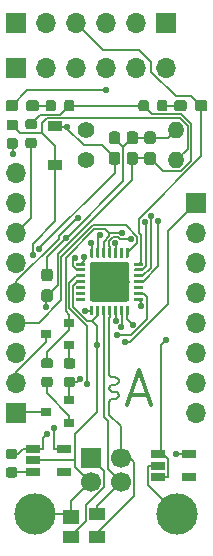
<source format=gbr>
G04 #@! TF.GenerationSoftware,KiCad,Pcbnew,(5.0.1)-4*
G04 #@! TF.CreationDate,2019-08-26T10:27:06+03:00*
G04 #@! TF.ProjectId,CP2102-breakout,4350323130322D627265616B6F75742E,rev?*
G04 #@! TF.SameCoordinates,Original*
G04 #@! TF.FileFunction,Copper,L1,Top,Signal*
G04 #@! TF.FilePolarity,Positive*
%FSLAX46Y46*%
G04 Gerber Fmt 4.6, Leading zero omitted, Abs format (unit mm)*
G04 Created by KiCad (PCBNEW (5.0.1)-4) date 26/08/2019 10:27:06*
%MOMM*%
%LPD*%
G01*
G04 APERTURE LIST*
G04 #@! TA.AperFunction,NonConductor*
%ADD10C,0.300000*%
G04 #@! TD*
G04 #@! TA.AperFunction,ComponentPad*
%ADD11R,1.700000X1.700000*%
G04 #@! TD*
G04 #@! TA.AperFunction,ComponentPad*
%ADD12C,1.700000*%
G04 #@! TD*
G04 #@! TA.AperFunction,ComponentPad*
%ADD13C,3.500000*%
G04 #@! TD*
G04 #@! TA.AperFunction,ComponentPad*
%ADD14O,1.700000X1.700000*%
G04 #@! TD*
G04 #@! TA.AperFunction,Conductor*
%ADD15C,0.100000*%
G04 #@! TD*
G04 #@! TA.AperFunction,SMDPad,CuDef*
%ADD16C,0.950000*%
G04 #@! TD*
G04 #@! TA.AperFunction,SMDPad,CuDef*
%ADD17R,1.400000X1.200000*%
G04 #@! TD*
G04 #@! TA.AperFunction,SMDPad,CuDef*
%ADD18R,1.400000X1.000000*%
G04 #@! TD*
G04 #@! TA.AperFunction,ComponentPad*
%ADD19O,1.400000X1.400000*%
G04 #@! TD*
G04 #@! TA.AperFunction,ComponentPad*
%ADD20C,1.400000*%
G04 #@! TD*
G04 #@! TA.AperFunction,SMDPad,CuDef*
%ADD21R,1.220000X0.650000*%
G04 #@! TD*
G04 #@! TA.AperFunction,SMDPad,CuDef*
%ADD22C,0.250000*%
G04 #@! TD*
G04 #@! TA.AperFunction,SMDPad,CuDef*
%ADD23C,3.350000*%
G04 #@! TD*
G04 #@! TA.AperFunction,SMDPad,CuDef*
%ADD24R,1.200000X0.900000*%
G04 #@! TD*
G04 #@! TA.AperFunction,SMDPad,CuDef*
%ADD25R,0.900000X0.800000*%
G04 #@! TD*
G04 #@! TA.AperFunction,SMDPad,CuDef*
%ADD26C,0.875000*%
G04 #@! TD*
G04 #@! TA.AperFunction,ViaPad*
%ADD27C,0.550000*%
G04 #@! TD*
G04 #@! TA.AperFunction,Conductor*
%ADD28C,0.152400*%
G04 #@! TD*
G04 #@! TA.AperFunction,Conductor*
%ADD29C,0.200000*%
G04 #@! TD*
G04 APERTURE END LIST*
D10*
X47785714Y-44200000D02*
X49214285Y-44200000D01*
X47500000Y-45057142D02*
X48500000Y-42057142D01*
X49500000Y-45057142D01*
D11*
G04 #@! TO.P,J12,1*
G04 #@! TO.N,VBUS*
X44450000Y-49530000D03*
D12*
G04 #@! TO.P,J12,2*
G04 #@! TO.N,/USB_D-*
X46950000Y-49530000D03*
G04 #@! TO.P,J12,3*
G04 #@! TO.N,/USB_D+*
X46950000Y-51530000D03*
G04 #@! TO.P,J12,4*
G04 #@! TO.N,GND*
X44450000Y-51530000D03*
D13*
G04 #@! TO.P,J12,5*
X39680000Y-54240000D03*
X51720000Y-54240000D03*
G04 #@! TD*
D11*
G04 #@! TO.P,J2,1*
G04 #@! TO.N,/FLASHFLAG*
X38100000Y-45720000D03*
D14*
G04 #@! TO.P,J2,2*
G04 #@! TO.N,/RESET*
X38100000Y-43180000D03*
G04 #@! TO.P,J2,3*
G04 #@! TO.N,VBUS*
X38100000Y-40640000D03*
G04 #@! TO.P,J2,4*
G04 #@! TO.N,/SUSPENDb*
X38100000Y-38100000D03*
G04 #@! TO.P,J2,5*
G04 #@! TO.N,/SUSPEND*
X38100000Y-35560000D03*
G04 #@! TO.P,J2,6*
G04 #@! TO.N,/REGIN*
X38100000Y-33020000D03*
G04 #@! TO.P,J2,7*
G04 #@! TO.N,/RSTb*
X38100000Y-30480000D03*
G04 #@! TO.P,J2,8*
G04 #@! TO.N,/VDD*
X38100000Y-27940000D03*
G04 #@! TO.P,J2,9*
G04 #@! TO.N,/VIO*
X38100000Y-25400000D03*
G04 #@! TD*
D11*
G04 #@! TO.P,J4,1*
G04 #@! TO.N,GND*
X38100000Y-12700000D03*
D14*
G04 #@! TO.P,J4,2*
G04 #@! TO.N,Net-(J4-Pad2)*
X40640000Y-12700000D03*
G04 #@! TD*
D11*
G04 #@! TO.P,J3,1*
G04 #@! TO.N,Net-(J3-Pad1)*
X50800000Y-12700000D03*
D14*
G04 #@! TO.P,J3,2*
G04 #@! TO.N,Net-(J3-Pad2)*
X48260000Y-12700000D03*
G04 #@! TO.P,J3,3*
G04 #@! TO.N,Net-(D2-Pad1)*
X45720000Y-12700000D03*
G04 #@! TO.P,J3,4*
G04 #@! TO.N,Net-(D1-Pad1)*
X43180000Y-12700000D03*
G04 #@! TD*
G04 #@! TO.P,J1,8*
G04 #@! TO.N,/DCD*
X53340000Y-45720000D03*
G04 #@! TO.P,J1,7*
G04 #@! TO.N,/DTR*
X53340000Y-43180000D03*
G04 #@! TO.P,J1,6*
G04 #@! TO.N,/DSR*
X53340000Y-40640000D03*
G04 #@! TO.P,J1,5*
G04 #@! TO.N,/TXD*
X53340000Y-38100000D03*
G04 #@! TO.P,J1,4*
G04 #@! TO.N,/RXD*
X53340000Y-35560000D03*
G04 #@! TO.P,J1,3*
G04 #@! TO.N,/FTDI_RTS*
X53340000Y-33020000D03*
G04 #@! TO.P,J1,2*
G04 #@! TO.N,Net-(J1-Pad2)*
X53340000Y-30480000D03*
D11*
G04 #@! TO.P,J1,1*
G04 #@! TO.N,Net-(J1-Pad1)*
X53340000Y-27940000D03*
G04 #@! TD*
D15*
G04 #@! TO.N,Net-(D1-Pad2)*
G04 #@! TO.C,D1*
G36*
X52305779Y-19226144D02*
X52328834Y-19229563D01*
X52351443Y-19235227D01*
X52373387Y-19243079D01*
X52394457Y-19253044D01*
X52414448Y-19265026D01*
X52433168Y-19278910D01*
X52450438Y-19294562D01*
X52466090Y-19311832D01*
X52479974Y-19330552D01*
X52491956Y-19350543D01*
X52501921Y-19371613D01*
X52509773Y-19393557D01*
X52515437Y-19416166D01*
X52518856Y-19439221D01*
X52520000Y-19462500D01*
X52520000Y-19937500D01*
X52518856Y-19960779D01*
X52515437Y-19983834D01*
X52509773Y-20006443D01*
X52501921Y-20028387D01*
X52491956Y-20049457D01*
X52479974Y-20069448D01*
X52466090Y-20088168D01*
X52450438Y-20105438D01*
X52433168Y-20121090D01*
X52414448Y-20134974D01*
X52394457Y-20146956D01*
X52373387Y-20156921D01*
X52351443Y-20164773D01*
X52328834Y-20170437D01*
X52305779Y-20173856D01*
X52282500Y-20175000D01*
X51707500Y-20175000D01*
X51684221Y-20173856D01*
X51661166Y-20170437D01*
X51638557Y-20164773D01*
X51616613Y-20156921D01*
X51595543Y-20146956D01*
X51575552Y-20134974D01*
X51556832Y-20121090D01*
X51539562Y-20105438D01*
X51523910Y-20088168D01*
X51510026Y-20069448D01*
X51498044Y-20049457D01*
X51488079Y-20028387D01*
X51480227Y-20006443D01*
X51474563Y-19983834D01*
X51471144Y-19960779D01*
X51470000Y-19937500D01*
X51470000Y-19462500D01*
X51471144Y-19439221D01*
X51474563Y-19416166D01*
X51480227Y-19393557D01*
X51488079Y-19371613D01*
X51498044Y-19350543D01*
X51510026Y-19330552D01*
X51523910Y-19311832D01*
X51539562Y-19294562D01*
X51556832Y-19278910D01*
X51575552Y-19265026D01*
X51595543Y-19253044D01*
X51616613Y-19243079D01*
X51638557Y-19235227D01*
X51661166Y-19229563D01*
X51684221Y-19226144D01*
X51707500Y-19225000D01*
X52282500Y-19225000D01*
X52305779Y-19226144D01*
X52305779Y-19226144D01*
G37*
D16*
G04 #@! TD*
G04 #@! TO.P,D1,2*
G04 #@! TO.N,Net-(D1-Pad2)*
X51995000Y-19700000D03*
D15*
G04 #@! TO.N,Net-(D1-Pad1)*
G04 #@! TO.C,D1*
G36*
X54055779Y-19226144D02*
X54078834Y-19229563D01*
X54101443Y-19235227D01*
X54123387Y-19243079D01*
X54144457Y-19253044D01*
X54164448Y-19265026D01*
X54183168Y-19278910D01*
X54200438Y-19294562D01*
X54216090Y-19311832D01*
X54229974Y-19330552D01*
X54241956Y-19350543D01*
X54251921Y-19371613D01*
X54259773Y-19393557D01*
X54265437Y-19416166D01*
X54268856Y-19439221D01*
X54270000Y-19462500D01*
X54270000Y-19937500D01*
X54268856Y-19960779D01*
X54265437Y-19983834D01*
X54259773Y-20006443D01*
X54251921Y-20028387D01*
X54241956Y-20049457D01*
X54229974Y-20069448D01*
X54216090Y-20088168D01*
X54200438Y-20105438D01*
X54183168Y-20121090D01*
X54164448Y-20134974D01*
X54144457Y-20146956D01*
X54123387Y-20156921D01*
X54101443Y-20164773D01*
X54078834Y-20170437D01*
X54055779Y-20173856D01*
X54032500Y-20175000D01*
X53457500Y-20175000D01*
X53434221Y-20173856D01*
X53411166Y-20170437D01*
X53388557Y-20164773D01*
X53366613Y-20156921D01*
X53345543Y-20146956D01*
X53325552Y-20134974D01*
X53306832Y-20121090D01*
X53289562Y-20105438D01*
X53273910Y-20088168D01*
X53260026Y-20069448D01*
X53248044Y-20049457D01*
X53238079Y-20028387D01*
X53230227Y-20006443D01*
X53224563Y-19983834D01*
X53221144Y-19960779D01*
X53220000Y-19937500D01*
X53220000Y-19462500D01*
X53221144Y-19439221D01*
X53224563Y-19416166D01*
X53230227Y-19393557D01*
X53238079Y-19371613D01*
X53248044Y-19350543D01*
X53260026Y-19330552D01*
X53273910Y-19311832D01*
X53289562Y-19294562D01*
X53306832Y-19278910D01*
X53325552Y-19265026D01*
X53345543Y-19253044D01*
X53366613Y-19243079D01*
X53388557Y-19235227D01*
X53411166Y-19229563D01*
X53434221Y-19226144D01*
X53457500Y-19225000D01*
X54032500Y-19225000D01*
X54055779Y-19226144D01*
X54055779Y-19226144D01*
G37*
D16*
G04 #@! TD*
G04 #@! TO.P,D1,1*
G04 #@! TO.N,Net-(D1-Pad1)*
X53745000Y-19700000D03*
D15*
G04 #@! TO.N,Net-(D2-Pad1)*
G04 #@! TO.C,D2*
G36*
X38035779Y-19226144D02*
X38058834Y-19229563D01*
X38081443Y-19235227D01*
X38103387Y-19243079D01*
X38124457Y-19253044D01*
X38144448Y-19265026D01*
X38163168Y-19278910D01*
X38180438Y-19294562D01*
X38196090Y-19311832D01*
X38209974Y-19330552D01*
X38221956Y-19350543D01*
X38231921Y-19371613D01*
X38239773Y-19393557D01*
X38245437Y-19416166D01*
X38248856Y-19439221D01*
X38250000Y-19462500D01*
X38250000Y-19937500D01*
X38248856Y-19960779D01*
X38245437Y-19983834D01*
X38239773Y-20006443D01*
X38231921Y-20028387D01*
X38221956Y-20049457D01*
X38209974Y-20069448D01*
X38196090Y-20088168D01*
X38180438Y-20105438D01*
X38163168Y-20121090D01*
X38144448Y-20134974D01*
X38124457Y-20146956D01*
X38103387Y-20156921D01*
X38081443Y-20164773D01*
X38058834Y-20170437D01*
X38035779Y-20173856D01*
X38012500Y-20175000D01*
X37437500Y-20175000D01*
X37414221Y-20173856D01*
X37391166Y-20170437D01*
X37368557Y-20164773D01*
X37346613Y-20156921D01*
X37325543Y-20146956D01*
X37305552Y-20134974D01*
X37286832Y-20121090D01*
X37269562Y-20105438D01*
X37253910Y-20088168D01*
X37240026Y-20069448D01*
X37228044Y-20049457D01*
X37218079Y-20028387D01*
X37210227Y-20006443D01*
X37204563Y-19983834D01*
X37201144Y-19960779D01*
X37200000Y-19937500D01*
X37200000Y-19462500D01*
X37201144Y-19439221D01*
X37204563Y-19416166D01*
X37210227Y-19393557D01*
X37218079Y-19371613D01*
X37228044Y-19350543D01*
X37240026Y-19330552D01*
X37253910Y-19311832D01*
X37269562Y-19294562D01*
X37286832Y-19278910D01*
X37305552Y-19265026D01*
X37325543Y-19253044D01*
X37346613Y-19243079D01*
X37368557Y-19235227D01*
X37391166Y-19229563D01*
X37414221Y-19226144D01*
X37437500Y-19225000D01*
X38012500Y-19225000D01*
X38035779Y-19226144D01*
X38035779Y-19226144D01*
G37*
D16*
G04 #@! TD*
G04 #@! TO.P,D2,1*
G04 #@! TO.N,Net-(D2-Pad1)*
X37725000Y-19700000D03*
D15*
G04 #@! TO.N,Net-(D2-Pad2)*
G04 #@! TO.C,D2*
G36*
X39785779Y-19226144D02*
X39808834Y-19229563D01*
X39831443Y-19235227D01*
X39853387Y-19243079D01*
X39874457Y-19253044D01*
X39894448Y-19265026D01*
X39913168Y-19278910D01*
X39930438Y-19294562D01*
X39946090Y-19311832D01*
X39959974Y-19330552D01*
X39971956Y-19350543D01*
X39981921Y-19371613D01*
X39989773Y-19393557D01*
X39995437Y-19416166D01*
X39998856Y-19439221D01*
X40000000Y-19462500D01*
X40000000Y-19937500D01*
X39998856Y-19960779D01*
X39995437Y-19983834D01*
X39989773Y-20006443D01*
X39981921Y-20028387D01*
X39971956Y-20049457D01*
X39959974Y-20069448D01*
X39946090Y-20088168D01*
X39930438Y-20105438D01*
X39913168Y-20121090D01*
X39894448Y-20134974D01*
X39874457Y-20146956D01*
X39853387Y-20156921D01*
X39831443Y-20164773D01*
X39808834Y-20170437D01*
X39785779Y-20173856D01*
X39762500Y-20175000D01*
X39187500Y-20175000D01*
X39164221Y-20173856D01*
X39141166Y-20170437D01*
X39118557Y-20164773D01*
X39096613Y-20156921D01*
X39075543Y-20146956D01*
X39055552Y-20134974D01*
X39036832Y-20121090D01*
X39019562Y-20105438D01*
X39003910Y-20088168D01*
X38990026Y-20069448D01*
X38978044Y-20049457D01*
X38968079Y-20028387D01*
X38960227Y-20006443D01*
X38954563Y-19983834D01*
X38951144Y-19960779D01*
X38950000Y-19937500D01*
X38950000Y-19462500D01*
X38951144Y-19439221D01*
X38954563Y-19416166D01*
X38960227Y-19393557D01*
X38968079Y-19371613D01*
X38978044Y-19350543D01*
X38990026Y-19330552D01*
X39003910Y-19311832D01*
X39019562Y-19294562D01*
X39036832Y-19278910D01*
X39055552Y-19265026D01*
X39075543Y-19253044D01*
X39096613Y-19243079D01*
X39118557Y-19235227D01*
X39141166Y-19229563D01*
X39164221Y-19226144D01*
X39187500Y-19225000D01*
X39762500Y-19225000D01*
X39785779Y-19226144D01*
X39785779Y-19226144D01*
G37*
D16*
G04 #@! TD*
G04 #@! TO.P,D2,2*
G04 #@! TO.N,Net-(D2-Pad2)*
X39475000Y-19700000D03*
D17*
G04 #@! TO.P,D3,1*
G04 #@! TO.N,GND*
X42715000Y-54475000D03*
D18*
G04 #@! TO.P,D3,2*
G04 #@! TO.N,VBUS*
X42715000Y-56195000D03*
G04 #@! TO.P,D3,3*
G04 #@! TO.N,/USB_D-*
X44915000Y-56195000D03*
G04 #@! TO.P,D3,4*
G04 #@! TO.N,/USB_D+*
X44915000Y-54295000D03*
G04 #@! TD*
D14*
G04 #@! TO.P,J19,6*
G04 #@! TO.N,/FTDI_RTS*
X50800000Y-16510000D03*
G04 #@! TO.P,J19,5*
G04 #@! TO.N,/FTDI_RX*
X48260000Y-16510000D03*
G04 #@! TO.P,J19,4*
G04 #@! TO.N,/FTDI_TX*
X45720000Y-16510000D03*
G04 #@! TO.P,J19,3*
G04 #@! TO.N,+5V*
X43180000Y-16510000D03*
G04 #@! TO.P,J19,2*
G04 #@! TO.N,/DTR*
X40640000Y-16510000D03*
D11*
G04 #@! TO.P,J19,1*
G04 #@! TO.N,GND*
X38100000Y-16510000D03*
G04 #@! TD*
D19*
G04 #@! TO.P,R13,2*
G04 #@! TO.N,GND*
X51600000Y-21780000D03*
D20*
G04 #@! TO.P,R13,1*
G04 #@! TO.N,Net-(R12-Pad1)*
X43980000Y-21780000D03*
G04 #@! TD*
D19*
G04 #@! TO.P,R12,2*
G04 #@! TO.N,VBUS*
X51600000Y-24320000D03*
D20*
G04 #@! TO.P,R12,1*
G04 #@! TO.N,Net-(R12-Pad1)*
X43980000Y-24320000D03*
G04 #@! TD*
D21*
G04 #@! TO.P,U5,5*
G04 #@! TO.N,+5V*
X52745000Y-49215000D03*
G04 #@! TO.P,U5,4*
G04 #@! TO.N,Net-(U5-Pad4)*
X52745000Y-51115000D03*
G04 #@! TO.P,U5,3*
G04 #@! TO.N,Net-(J4-Pad2)*
X50125000Y-51115000D03*
G04 #@! TO.P,U5,2*
G04 #@! TO.N,GND*
X50125000Y-50165000D03*
G04 #@! TO.P,U5,1*
G04 #@! TO.N,Net-(J4-Pad2)*
X50125000Y-49215000D03*
G04 #@! TD*
G04 #@! TO.P,U4,5*
G04 #@! TO.N,+3V3*
X42125000Y-48775000D03*
G04 #@! TO.P,U4,4*
G04 #@! TO.N,Net-(U4-Pad4)*
X42125000Y-50675000D03*
G04 #@! TO.P,U4,3*
G04 #@! TO.N,Net-(R7-Pad1)*
X39505000Y-50675000D03*
G04 #@! TO.P,U4,2*
G04 #@! TO.N,GND*
X39505000Y-49725000D03*
G04 #@! TO.P,U4,1*
G04 #@! TO.N,+5V*
X39505000Y-48775000D03*
G04 #@! TD*
D15*
G04 #@! TO.N,N/C*
G04 #@! TO.C,U3*
G36*
X43893626Y-35975301D02*
X43899693Y-35976201D01*
X43905643Y-35977691D01*
X43911418Y-35979758D01*
X43916962Y-35982380D01*
X43922223Y-35985533D01*
X43927150Y-35989187D01*
X43931694Y-35993306D01*
X43935813Y-35997850D01*
X43939467Y-36002777D01*
X43942620Y-36008038D01*
X43945242Y-36013582D01*
X43947309Y-36019357D01*
X43948799Y-36025307D01*
X43949699Y-36031374D01*
X43950000Y-36037500D01*
X43950000Y-36162500D01*
X43949699Y-36168626D01*
X43948799Y-36174693D01*
X43947309Y-36180643D01*
X43945242Y-36186418D01*
X43942620Y-36191962D01*
X43939467Y-36197223D01*
X43935813Y-36202150D01*
X43931694Y-36206694D01*
X43927150Y-36210813D01*
X43922223Y-36214467D01*
X43916962Y-36217620D01*
X43911418Y-36220242D01*
X43905643Y-36222309D01*
X43899693Y-36223799D01*
X43893626Y-36224699D01*
X43887500Y-36225000D01*
X43212500Y-36225000D01*
X43206374Y-36224699D01*
X43200307Y-36223799D01*
X43194357Y-36222309D01*
X43188582Y-36220242D01*
X43183038Y-36217620D01*
X43177777Y-36214467D01*
X43172850Y-36210813D01*
X43168306Y-36206694D01*
X43164187Y-36202150D01*
X43160533Y-36197223D01*
X43157380Y-36191962D01*
X43154758Y-36186418D01*
X43152691Y-36180643D01*
X43151201Y-36174693D01*
X43150301Y-36168626D01*
X43150000Y-36162500D01*
X43150000Y-36037500D01*
X43150301Y-36031374D01*
X43151201Y-36025307D01*
X43152691Y-36019357D01*
X43154758Y-36013582D01*
X43157380Y-36008038D01*
X43160533Y-36002777D01*
X43164187Y-35997850D01*
X43168306Y-35993306D01*
X43172850Y-35989187D01*
X43177777Y-35985533D01*
X43183038Y-35982380D01*
X43188582Y-35979758D01*
X43194357Y-35977691D01*
X43200307Y-35976201D01*
X43206374Y-35975301D01*
X43212500Y-35975000D01*
X43887500Y-35975000D01*
X43893626Y-35975301D01*
X43893626Y-35975301D01*
G37*
D22*
G04 #@! TD*
G04 #@! TO.P,U3,28*
G04 #@! TO.N,N/C*
X43550000Y-36100000D03*
D15*
G04 #@! TO.N,N/C*
G04 #@! TO.C,U3*
G36*
X43893626Y-35475301D02*
X43899693Y-35476201D01*
X43905643Y-35477691D01*
X43911418Y-35479758D01*
X43916962Y-35482380D01*
X43922223Y-35485533D01*
X43927150Y-35489187D01*
X43931694Y-35493306D01*
X43935813Y-35497850D01*
X43939467Y-35502777D01*
X43942620Y-35508038D01*
X43945242Y-35513582D01*
X43947309Y-35519357D01*
X43948799Y-35525307D01*
X43949699Y-35531374D01*
X43950000Y-35537500D01*
X43950000Y-35662500D01*
X43949699Y-35668626D01*
X43948799Y-35674693D01*
X43947309Y-35680643D01*
X43945242Y-35686418D01*
X43942620Y-35691962D01*
X43939467Y-35697223D01*
X43935813Y-35702150D01*
X43931694Y-35706694D01*
X43927150Y-35710813D01*
X43922223Y-35714467D01*
X43916962Y-35717620D01*
X43911418Y-35720242D01*
X43905643Y-35722309D01*
X43899693Y-35723799D01*
X43893626Y-35724699D01*
X43887500Y-35725000D01*
X43212500Y-35725000D01*
X43206374Y-35724699D01*
X43200307Y-35723799D01*
X43194357Y-35722309D01*
X43188582Y-35720242D01*
X43183038Y-35717620D01*
X43177777Y-35714467D01*
X43172850Y-35710813D01*
X43168306Y-35706694D01*
X43164187Y-35702150D01*
X43160533Y-35697223D01*
X43157380Y-35691962D01*
X43154758Y-35686418D01*
X43152691Y-35680643D01*
X43151201Y-35674693D01*
X43150301Y-35668626D01*
X43150000Y-35662500D01*
X43150000Y-35537500D01*
X43150301Y-35531374D01*
X43151201Y-35525307D01*
X43152691Y-35519357D01*
X43154758Y-35513582D01*
X43157380Y-35508038D01*
X43160533Y-35502777D01*
X43164187Y-35497850D01*
X43168306Y-35493306D01*
X43172850Y-35489187D01*
X43177777Y-35485533D01*
X43183038Y-35482380D01*
X43188582Y-35479758D01*
X43194357Y-35477691D01*
X43200307Y-35476201D01*
X43206374Y-35475301D01*
X43212500Y-35475000D01*
X43887500Y-35475000D01*
X43893626Y-35475301D01*
X43893626Y-35475301D01*
G37*
D22*
G04 #@! TD*
G04 #@! TO.P,U3,27*
G04 #@! TO.N,N/C*
X43550000Y-35600000D03*
D15*
G04 #@! TO.N,N/C*
G04 #@! TO.C,U3*
G36*
X43893626Y-34975301D02*
X43899693Y-34976201D01*
X43905643Y-34977691D01*
X43911418Y-34979758D01*
X43916962Y-34982380D01*
X43922223Y-34985533D01*
X43927150Y-34989187D01*
X43931694Y-34993306D01*
X43935813Y-34997850D01*
X43939467Y-35002777D01*
X43942620Y-35008038D01*
X43945242Y-35013582D01*
X43947309Y-35019357D01*
X43948799Y-35025307D01*
X43949699Y-35031374D01*
X43950000Y-35037500D01*
X43950000Y-35162500D01*
X43949699Y-35168626D01*
X43948799Y-35174693D01*
X43947309Y-35180643D01*
X43945242Y-35186418D01*
X43942620Y-35191962D01*
X43939467Y-35197223D01*
X43935813Y-35202150D01*
X43931694Y-35206694D01*
X43927150Y-35210813D01*
X43922223Y-35214467D01*
X43916962Y-35217620D01*
X43911418Y-35220242D01*
X43905643Y-35222309D01*
X43899693Y-35223799D01*
X43893626Y-35224699D01*
X43887500Y-35225000D01*
X43212500Y-35225000D01*
X43206374Y-35224699D01*
X43200307Y-35223799D01*
X43194357Y-35222309D01*
X43188582Y-35220242D01*
X43183038Y-35217620D01*
X43177777Y-35214467D01*
X43172850Y-35210813D01*
X43168306Y-35206694D01*
X43164187Y-35202150D01*
X43160533Y-35197223D01*
X43157380Y-35191962D01*
X43154758Y-35186418D01*
X43152691Y-35180643D01*
X43151201Y-35174693D01*
X43150301Y-35168626D01*
X43150000Y-35162500D01*
X43150000Y-35037500D01*
X43150301Y-35031374D01*
X43151201Y-35025307D01*
X43152691Y-35019357D01*
X43154758Y-35013582D01*
X43157380Y-35008038D01*
X43160533Y-35002777D01*
X43164187Y-34997850D01*
X43168306Y-34993306D01*
X43172850Y-34989187D01*
X43177777Y-34985533D01*
X43183038Y-34982380D01*
X43188582Y-34979758D01*
X43194357Y-34977691D01*
X43200307Y-34976201D01*
X43206374Y-34975301D01*
X43212500Y-34975000D01*
X43887500Y-34975000D01*
X43893626Y-34975301D01*
X43893626Y-34975301D01*
G37*
D22*
G04 #@! TD*
G04 #@! TO.P,U3,26*
G04 #@! TO.N,N/C*
X43550000Y-35100000D03*
D15*
G04 #@! TO.N,GND*
G04 #@! TO.C,U3*
G36*
X43893626Y-34475301D02*
X43899693Y-34476201D01*
X43905643Y-34477691D01*
X43911418Y-34479758D01*
X43916962Y-34482380D01*
X43922223Y-34485533D01*
X43927150Y-34489187D01*
X43931694Y-34493306D01*
X43935813Y-34497850D01*
X43939467Y-34502777D01*
X43942620Y-34508038D01*
X43945242Y-34513582D01*
X43947309Y-34519357D01*
X43948799Y-34525307D01*
X43949699Y-34531374D01*
X43950000Y-34537500D01*
X43950000Y-34662500D01*
X43949699Y-34668626D01*
X43948799Y-34674693D01*
X43947309Y-34680643D01*
X43945242Y-34686418D01*
X43942620Y-34691962D01*
X43939467Y-34697223D01*
X43935813Y-34702150D01*
X43931694Y-34706694D01*
X43927150Y-34710813D01*
X43922223Y-34714467D01*
X43916962Y-34717620D01*
X43911418Y-34720242D01*
X43905643Y-34722309D01*
X43899693Y-34723799D01*
X43893626Y-34724699D01*
X43887500Y-34725000D01*
X43212500Y-34725000D01*
X43206374Y-34724699D01*
X43200307Y-34723799D01*
X43194357Y-34722309D01*
X43188582Y-34720242D01*
X43183038Y-34717620D01*
X43177777Y-34714467D01*
X43172850Y-34710813D01*
X43168306Y-34706694D01*
X43164187Y-34702150D01*
X43160533Y-34697223D01*
X43157380Y-34691962D01*
X43154758Y-34686418D01*
X43152691Y-34680643D01*
X43151201Y-34674693D01*
X43150301Y-34668626D01*
X43150000Y-34662500D01*
X43150000Y-34537500D01*
X43150301Y-34531374D01*
X43151201Y-34525307D01*
X43152691Y-34519357D01*
X43154758Y-34513582D01*
X43157380Y-34508038D01*
X43160533Y-34502777D01*
X43164187Y-34497850D01*
X43168306Y-34493306D01*
X43172850Y-34489187D01*
X43177777Y-34485533D01*
X43183038Y-34482380D01*
X43188582Y-34479758D01*
X43194357Y-34477691D01*
X43200307Y-34476201D01*
X43206374Y-34475301D01*
X43212500Y-34475000D01*
X43887500Y-34475000D01*
X43893626Y-34475301D01*
X43893626Y-34475301D01*
G37*
D22*
G04 #@! TD*
G04 #@! TO.P,U3,25*
G04 #@! TO.N,GND*
X43550000Y-34600000D03*
D15*
G04 #@! TO.N,/DCD*
G04 #@! TO.C,U3*
G36*
X43893626Y-33975301D02*
X43899693Y-33976201D01*
X43905643Y-33977691D01*
X43911418Y-33979758D01*
X43916962Y-33982380D01*
X43922223Y-33985533D01*
X43927150Y-33989187D01*
X43931694Y-33993306D01*
X43935813Y-33997850D01*
X43939467Y-34002777D01*
X43942620Y-34008038D01*
X43945242Y-34013582D01*
X43947309Y-34019357D01*
X43948799Y-34025307D01*
X43949699Y-34031374D01*
X43950000Y-34037500D01*
X43950000Y-34162500D01*
X43949699Y-34168626D01*
X43948799Y-34174693D01*
X43947309Y-34180643D01*
X43945242Y-34186418D01*
X43942620Y-34191962D01*
X43939467Y-34197223D01*
X43935813Y-34202150D01*
X43931694Y-34206694D01*
X43927150Y-34210813D01*
X43922223Y-34214467D01*
X43916962Y-34217620D01*
X43911418Y-34220242D01*
X43905643Y-34222309D01*
X43899693Y-34223799D01*
X43893626Y-34224699D01*
X43887500Y-34225000D01*
X43212500Y-34225000D01*
X43206374Y-34224699D01*
X43200307Y-34223799D01*
X43194357Y-34222309D01*
X43188582Y-34220242D01*
X43183038Y-34217620D01*
X43177777Y-34214467D01*
X43172850Y-34210813D01*
X43168306Y-34206694D01*
X43164187Y-34202150D01*
X43160533Y-34197223D01*
X43157380Y-34191962D01*
X43154758Y-34186418D01*
X43152691Y-34180643D01*
X43151201Y-34174693D01*
X43150301Y-34168626D01*
X43150000Y-34162500D01*
X43150000Y-34037500D01*
X43150301Y-34031374D01*
X43151201Y-34025307D01*
X43152691Y-34019357D01*
X43154758Y-34013582D01*
X43157380Y-34008038D01*
X43160533Y-34002777D01*
X43164187Y-33997850D01*
X43168306Y-33993306D01*
X43172850Y-33989187D01*
X43177777Y-33985533D01*
X43183038Y-33982380D01*
X43188582Y-33979758D01*
X43194357Y-33977691D01*
X43200307Y-33976201D01*
X43206374Y-33975301D01*
X43212500Y-33975000D01*
X43887500Y-33975000D01*
X43893626Y-33975301D01*
X43893626Y-33975301D01*
G37*
D22*
G04 #@! TD*
G04 #@! TO.P,U3,24*
G04 #@! TO.N,/DCD*
X43550000Y-34100000D03*
D15*
G04 #@! TO.N,/DTR*
G04 #@! TO.C,U3*
G36*
X43893626Y-33475301D02*
X43899693Y-33476201D01*
X43905643Y-33477691D01*
X43911418Y-33479758D01*
X43916962Y-33482380D01*
X43922223Y-33485533D01*
X43927150Y-33489187D01*
X43931694Y-33493306D01*
X43935813Y-33497850D01*
X43939467Y-33502777D01*
X43942620Y-33508038D01*
X43945242Y-33513582D01*
X43947309Y-33519357D01*
X43948799Y-33525307D01*
X43949699Y-33531374D01*
X43950000Y-33537500D01*
X43950000Y-33662500D01*
X43949699Y-33668626D01*
X43948799Y-33674693D01*
X43947309Y-33680643D01*
X43945242Y-33686418D01*
X43942620Y-33691962D01*
X43939467Y-33697223D01*
X43935813Y-33702150D01*
X43931694Y-33706694D01*
X43927150Y-33710813D01*
X43922223Y-33714467D01*
X43916962Y-33717620D01*
X43911418Y-33720242D01*
X43905643Y-33722309D01*
X43899693Y-33723799D01*
X43893626Y-33724699D01*
X43887500Y-33725000D01*
X43212500Y-33725000D01*
X43206374Y-33724699D01*
X43200307Y-33723799D01*
X43194357Y-33722309D01*
X43188582Y-33720242D01*
X43183038Y-33717620D01*
X43177777Y-33714467D01*
X43172850Y-33710813D01*
X43168306Y-33706694D01*
X43164187Y-33702150D01*
X43160533Y-33697223D01*
X43157380Y-33691962D01*
X43154758Y-33686418D01*
X43152691Y-33680643D01*
X43151201Y-33674693D01*
X43150301Y-33668626D01*
X43150000Y-33662500D01*
X43150000Y-33537500D01*
X43150301Y-33531374D01*
X43151201Y-33525307D01*
X43152691Y-33519357D01*
X43154758Y-33513582D01*
X43157380Y-33508038D01*
X43160533Y-33502777D01*
X43164187Y-33497850D01*
X43168306Y-33493306D01*
X43172850Y-33489187D01*
X43177777Y-33485533D01*
X43183038Y-33482380D01*
X43188582Y-33479758D01*
X43194357Y-33477691D01*
X43200307Y-33476201D01*
X43206374Y-33475301D01*
X43212500Y-33475000D01*
X43887500Y-33475000D01*
X43893626Y-33475301D01*
X43893626Y-33475301D01*
G37*
D22*
G04 #@! TD*
G04 #@! TO.P,U3,23*
G04 #@! TO.N,/DTR*
X43550000Y-33600000D03*
D15*
G04 #@! TO.N,/DSR*
G04 #@! TO.C,U3*
G36*
X43893626Y-32975301D02*
X43899693Y-32976201D01*
X43905643Y-32977691D01*
X43911418Y-32979758D01*
X43916962Y-32982380D01*
X43922223Y-32985533D01*
X43927150Y-32989187D01*
X43931694Y-32993306D01*
X43935813Y-32997850D01*
X43939467Y-33002777D01*
X43942620Y-33008038D01*
X43945242Y-33013582D01*
X43947309Y-33019357D01*
X43948799Y-33025307D01*
X43949699Y-33031374D01*
X43950000Y-33037500D01*
X43950000Y-33162500D01*
X43949699Y-33168626D01*
X43948799Y-33174693D01*
X43947309Y-33180643D01*
X43945242Y-33186418D01*
X43942620Y-33191962D01*
X43939467Y-33197223D01*
X43935813Y-33202150D01*
X43931694Y-33206694D01*
X43927150Y-33210813D01*
X43922223Y-33214467D01*
X43916962Y-33217620D01*
X43911418Y-33220242D01*
X43905643Y-33222309D01*
X43899693Y-33223799D01*
X43893626Y-33224699D01*
X43887500Y-33225000D01*
X43212500Y-33225000D01*
X43206374Y-33224699D01*
X43200307Y-33223799D01*
X43194357Y-33222309D01*
X43188582Y-33220242D01*
X43183038Y-33217620D01*
X43177777Y-33214467D01*
X43172850Y-33210813D01*
X43168306Y-33206694D01*
X43164187Y-33202150D01*
X43160533Y-33197223D01*
X43157380Y-33191962D01*
X43154758Y-33186418D01*
X43152691Y-33180643D01*
X43151201Y-33174693D01*
X43150301Y-33168626D01*
X43150000Y-33162500D01*
X43150000Y-33037500D01*
X43150301Y-33031374D01*
X43151201Y-33025307D01*
X43152691Y-33019357D01*
X43154758Y-33013582D01*
X43157380Y-33008038D01*
X43160533Y-33002777D01*
X43164187Y-32997850D01*
X43168306Y-32993306D01*
X43172850Y-32989187D01*
X43177777Y-32985533D01*
X43183038Y-32982380D01*
X43188582Y-32979758D01*
X43194357Y-32977691D01*
X43200307Y-32976201D01*
X43206374Y-32975301D01*
X43212500Y-32975000D01*
X43887500Y-32975000D01*
X43893626Y-32975301D01*
X43893626Y-32975301D01*
G37*
D22*
G04 #@! TD*
G04 #@! TO.P,U3,22*
G04 #@! TO.N,/DSR*
X43550000Y-33100000D03*
D15*
G04 #@! TO.N,/TXD*
G04 #@! TO.C,U3*
G36*
X44568626Y-31750301D02*
X44574693Y-31751201D01*
X44580643Y-31752691D01*
X44586418Y-31754758D01*
X44591962Y-31757380D01*
X44597223Y-31760533D01*
X44602150Y-31764187D01*
X44606694Y-31768306D01*
X44610813Y-31772850D01*
X44614467Y-31777777D01*
X44617620Y-31783038D01*
X44620242Y-31788582D01*
X44622309Y-31794357D01*
X44623799Y-31800307D01*
X44624699Y-31806374D01*
X44625000Y-31812500D01*
X44625000Y-32487500D01*
X44624699Y-32493626D01*
X44623799Y-32499693D01*
X44622309Y-32505643D01*
X44620242Y-32511418D01*
X44617620Y-32516962D01*
X44614467Y-32522223D01*
X44610813Y-32527150D01*
X44606694Y-32531694D01*
X44602150Y-32535813D01*
X44597223Y-32539467D01*
X44591962Y-32542620D01*
X44586418Y-32545242D01*
X44580643Y-32547309D01*
X44574693Y-32548799D01*
X44568626Y-32549699D01*
X44562500Y-32550000D01*
X44437500Y-32550000D01*
X44431374Y-32549699D01*
X44425307Y-32548799D01*
X44419357Y-32547309D01*
X44413582Y-32545242D01*
X44408038Y-32542620D01*
X44402777Y-32539467D01*
X44397850Y-32535813D01*
X44393306Y-32531694D01*
X44389187Y-32527150D01*
X44385533Y-32522223D01*
X44382380Y-32516962D01*
X44379758Y-32511418D01*
X44377691Y-32505643D01*
X44376201Y-32499693D01*
X44375301Y-32493626D01*
X44375000Y-32487500D01*
X44375000Y-31812500D01*
X44375301Y-31806374D01*
X44376201Y-31800307D01*
X44377691Y-31794357D01*
X44379758Y-31788582D01*
X44382380Y-31783038D01*
X44385533Y-31777777D01*
X44389187Y-31772850D01*
X44393306Y-31768306D01*
X44397850Y-31764187D01*
X44402777Y-31760533D01*
X44408038Y-31757380D01*
X44413582Y-31754758D01*
X44419357Y-31752691D01*
X44425307Y-31751201D01*
X44431374Y-31750301D01*
X44437500Y-31750000D01*
X44562500Y-31750000D01*
X44568626Y-31750301D01*
X44568626Y-31750301D01*
G37*
D22*
G04 #@! TD*
G04 #@! TO.P,U3,21*
G04 #@! TO.N,/TXD*
X44500000Y-32150000D03*
D15*
G04 #@! TO.N,/RXD*
G04 #@! TO.C,U3*
G36*
X45068626Y-31750301D02*
X45074693Y-31751201D01*
X45080643Y-31752691D01*
X45086418Y-31754758D01*
X45091962Y-31757380D01*
X45097223Y-31760533D01*
X45102150Y-31764187D01*
X45106694Y-31768306D01*
X45110813Y-31772850D01*
X45114467Y-31777777D01*
X45117620Y-31783038D01*
X45120242Y-31788582D01*
X45122309Y-31794357D01*
X45123799Y-31800307D01*
X45124699Y-31806374D01*
X45125000Y-31812500D01*
X45125000Y-32487500D01*
X45124699Y-32493626D01*
X45123799Y-32499693D01*
X45122309Y-32505643D01*
X45120242Y-32511418D01*
X45117620Y-32516962D01*
X45114467Y-32522223D01*
X45110813Y-32527150D01*
X45106694Y-32531694D01*
X45102150Y-32535813D01*
X45097223Y-32539467D01*
X45091962Y-32542620D01*
X45086418Y-32545242D01*
X45080643Y-32547309D01*
X45074693Y-32548799D01*
X45068626Y-32549699D01*
X45062500Y-32550000D01*
X44937500Y-32550000D01*
X44931374Y-32549699D01*
X44925307Y-32548799D01*
X44919357Y-32547309D01*
X44913582Y-32545242D01*
X44908038Y-32542620D01*
X44902777Y-32539467D01*
X44897850Y-32535813D01*
X44893306Y-32531694D01*
X44889187Y-32527150D01*
X44885533Y-32522223D01*
X44882380Y-32516962D01*
X44879758Y-32511418D01*
X44877691Y-32505643D01*
X44876201Y-32499693D01*
X44875301Y-32493626D01*
X44875000Y-32487500D01*
X44875000Y-31812500D01*
X44875301Y-31806374D01*
X44876201Y-31800307D01*
X44877691Y-31794357D01*
X44879758Y-31788582D01*
X44882380Y-31783038D01*
X44885533Y-31777777D01*
X44889187Y-31772850D01*
X44893306Y-31768306D01*
X44897850Y-31764187D01*
X44902777Y-31760533D01*
X44908038Y-31757380D01*
X44913582Y-31754758D01*
X44919357Y-31752691D01*
X44925307Y-31751201D01*
X44931374Y-31750301D01*
X44937500Y-31750000D01*
X45062500Y-31750000D01*
X45068626Y-31750301D01*
X45068626Y-31750301D01*
G37*
D22*
G04 #@! TD*
G04 #@! TO.P,U3,20*
G04 #@! TO.N,/RXD*
X45000000Y-32150000D03*
D15*
G04 #@! TO.N,/FTDI_RTS*
G04 #@! TO.C,U3*
G36*
X45568626Y-31750301D02*
X45574693Y-31751201D01*
X45580643Y-31752691D01*
X45586418Y-31754758D01*
X45591962Y-31757380D01*
X45597223Y-31760533D01*
X45602150Y-31764187D01*
X45606694Y-31768306D01*
X45610813Y-31772850D01*
X45614467Y-31777777D01*
X45617620Y-31783038D01*
X45620242Y-31788582D01*
X45622309Y-31794357D01*
X45623799Y-31800307D01*
X45624699Y-31806374D01*
X45625000Y-31812500D01*
X45625000Y-32487500D01*
X45624699Y-32493626D01*
X45623799Y-32499693D01*
X45622309Y-32505643D01*
X45620242Y-32511418D01*
X45617620Y-32516962D01*
X45614467Y-32522223D01*
X45610813Y-32527150D01*
X45606694Y-32531694D01*
X45602150Y-32535813D01*
X45597223Y-32539467D01*
X45591962Y-32542620D01*
X45586418Y-32545242D01*
X45580643Y-32547309D01*
X45574693Y-32548799D01*
X45568626Y-32549699D01*
X45562500Y-32550000D01*
X45437500Y-32550000D01*
X45431374Y-32549699D01*
X45425307Y-32548799D01*
X45419357Y-32547309D01*
X45413582Y-32545242D01*
X45408038Y-32542620D01*
X45402777Y-32539467D01*
X45397850Y-32535813D01*
X45393306Y-32531694D01*
X45389187Y-32527150D01*
X45385533Y-32522223D01*
X45382380Y-32516962D01*
X45379758Y-32511418D01*
X45377691Y-32505643D01*
X45376201Y-32499693D01*
X45375301Y-32493626D01*
X45375000Y-32487500D01*
X45375000Y-31812500D01*
X45375301Y-31806374D01*
X45376201Y-31800307D01*
X45377691Y-31794357D01*
X45379758Y-31788582D01*
X45382380Y-31783038D01*
X45385533Y-31777777D01*
X45389187Y-31772850D01*
X45393306Y-31768306D01*
X45397850Y-31764187D01*
X45402777Y-31760533D01*
X45408038Y-31757380D01*
X45413582Y-31754758D01*
X45419357Y-31752691D01*
X45425307Y-31751201D01*
X45431374Y-31750301D01*
X45437500Y-31750000D01*
X45562500Y-31750000D01*
X45568626Y-31750301D01*
X45568626Y-31750301D01*
G37*
D22*
G04 #@! TD*
G04 #@! TO.P,U3,19*
G04 #@! TO.N,/FTDI_RTS*
X45500000Y-32150000D03*
D15*
G04 #@! TO.N,Net-(J1-Pad2)*
G04 #@! TO.C,U3*
G36*
X46068626Y-31750301D02*
X46074693Y-31751201D01*
X46080643Y-31752691D01*
X46086418Y-31754758D01*
X46091962Y-31757380D01*
X46097223Y-31760533D01*
X46102150Y-31764187D01*
X46106694Y-31768306D01*
X46110813Y-31772850D01*
X46114467Y-31777777D01*
X46117620Y-31783038D01*
X46120242Y-31788582D01*
X46122309Y-31794357D01*
X46123799Y-31800307D01*
X46124699Y-31806374D01*
X46125000Y-31812500D01*
X46125000Y-32487500D01*
X46124699Y-32493626D01*
X46123799Y-32499693D01*
X46122309Y-32505643D01*
X46120242Y-32511418D01*
X46117620Y-32516962D01*
X46114467Y-32522223D01*
X46110813Y-32527150D01*
X46106694Y-32531694D01*
X46102150Y-32535813D01*
X46097223Y-32539467D01*
X46091962Y-32542620D01*
X46086418Y-32545242D01*
X46080643Y-32547309D01*
X46074693Y-32548799D01*
X46068626Y-32549699D01*
X46062500Y-32550000D01*
X45937500Y-32550000D01*
X45931374Y-32549699D01*
X45925307Y-32548799D01*
X45919357Y-32547309D01*
X45913582Y-32545242D01*
X45908038Y-32542620D01*
X45902777Y-32539467D01*
X45897850Y-32535813D01*
X45893306Y-32531694D01*
X45889187Y-32527150D01*
X45885533Y-32522223D01*
X45882380Y-32516962D01*
X45879758Y-32511418D01*
X45877691Y-32505643D01*
X45876201Y-32499693D01*
X45875301Y-32493626D01*
X45875000Y-32487500D01*
X45875000Y-31812500D01*
X45875301Y-31806374D01*
X45876201Y-31800307D01*
X45877691Y-31794357D01*
X45879758Y-31788582D01*
X45882380Y-31783038D01*
X45885533Y-31777777D01*
X45889187Y-31772850D01*
X45893306Y-31768306D01*
X45897850Y-31764187D01*
X45902777Y-31760533D01*
X45908038Y-31757380D01*
X45913582Y-31754758D01*
X45919357Y-31752691D01*
X45925307Y-31751201D01*
X45931374Y-31750301D01*
X45937500Y-31750000D01*
X46062500Y-31750000D01*
X46068626Y-31750301D01*
X46068626Y-31750301D01*
G37*
D22*
G04 #@! TD*
G04 #@! TO.P,U3,18*
G04 #@! TO.N,Net-(J1-Pad2)*
X46000000Y-32150000D03*
D15*
G04 #@! TO.N,/SUSPEND*
G04 #@! TO.C,U3*
G36*
X46568626Y-31750301D02*
X46574693Y-31751201D01*
X46580643Y-31752691D01*
X46586418Y-31754758D01*
X46591962Y-31757380D01*
X46597223Y-31760533D01*
X46602150Y-31764187D01*
X46606694Y-31768306D01*
X46610813Y-31772850D01*
X46614467Y-31777777D01*
X46617620Y-31783038D01*
X46620242Y-31788582D01*
X46622309Y-31794357D01*
X46623799Y-31800307D01*
X46624699Y-31806374D01*
X46625000Y-31812500D01*
X46625000Y-32487500D01*
X46624699Y-32493626D01*
X46623799Y-32499693D01*
X46622309Y-32505643D01*
X46620242Y-32511418D01*
X46617620Y-32516962D01*
X46614467Y-32522223D01*
X46610813Y-32527150D01*
X46606694Y-32531694D01*
X46602150Y-32535813D01*
X46597223Y-32539467D01*
X46591962Y-32542620D01*
X46586418Y-32545242D01*
X46580643Y-32547309D01*
X46574693Y-32548799D01*
X46568626Y-32549699D01*
X46562500Y-32550000D01*
X46437500Y-32550000D01*
X46431374Y-32549699D01*
X46425307Y-32548799D01*
X46419357Y-32547309D01*
X46413582Y-32545242D01*
X46408038Y-32542620D01*
X46402777Y-32539467D01*
X46397850Y-32535813D01*
X46393306Y-32531694D01*
X46389187Y-32527150D01*
X46385533Y-32522223D01*
X46382380Y-32516962D01*
X46379758Y-32511418D01*
X46377691Y-32505643D01*
X46376201Y-32499693D01*
X46375301Y-32493626D01*
X46375000Y-32487500D01*
X46375000Y-31812500D01*
X46375301Y-31806374D01*
X46376201Y-31800307D01*
X46377691Y-31794357D01*
X46379758Y-31788582D01*
X46382380Y-31783038D01*
X46385533Y-31777777D01*
X46389187Y-31772850D01*
X46393306Y-31768306D01*
X46397850Y-31764187D01*
X46402777Y-31760533D01*
X46408038Y-31757380D01*
X46413582Y-31754758D01*
X46419357Y-31752691D01*
X46425307Y-31751201D01*
X46431374Y-31750301D01*
X46437500Y-31750000D01*
X46562500Y-31750000D01*
X46568626Y-31750301D01*
X46568626Y-31750301D01*
G37*
D22*
G04 #@! TD*
G04 #@! TO.P,U3,17*
G04 #@! TO.N,/SUSPEND*
X46500000Y-32150000D03*
D15*
G04 #@! TO.N,Net-(U3-Pad16)*
G04 #@! TO.C,U3*
G36*
X47068626Y-31750301D02*
X47074693Y-31751201D01*
X47080643Y-31752691D01*
X47086418Y-31754758D01*
X47091962Y-31757380D01*
X47097223Y-31760533D01*
X47102150Y-31764187D01*
X47106694Y-31768306D01*
X47110813Y-31772850D01*
X47114467Y-31777777D01*
X47117620Y-31783038D01*
X47120242Y-31788582D01*
X47122309Y-31794357D01*
X47123799Y-31800307D01*
X47124699Y-31806374D01*
X47125000Y-31812500D01*
X47125000Y-32487500D01*
X47124699Y-32493626D01*
X47123799Y-32499693D01*
X47122309Y-32505643D01*
X47120242Y-32511418D01*
X47117620Y-32516962D01*
X47114467Y-32522223D01*
X47110813Y-32527150D01*
X47106694Y-32531694D01*
X47102150Y-32535813D01*
X47097223Y-32539467D01*
X47091962Y-32542620D01*
X47086418Y-32545242D01*
X47080643Y-32547309D01*
X47074693Y-32548799D01*
X47068626Y-32549699D01*
X47062500Y-32550000D01*
X46937500Y-32550000D01*
X46931374Y-32549699D01*
X46925307Y-32548799D01*
X46919357Y-32547309D01*
X46913582Y-32545242D01*
X46908038Y-32542620D01*
X46902777Y-32539467D01*
X46897850Y-32535813D01*
X46893306Y-32531694D01*
X46889187Y-32527150D01*
X46885533Y-32522223D01*
X46882380Y-32516962D01*
X46879758Y-32511418D01*
X46877691Y-32505643D01*
X46876201Y-32499693D01*
X46875301Y-32493626D01*
X46875000Y-32487500D01*
X46875000Y-31812500D01*
X46875301Y-31806374D01*
X46876201Y-31800307D01*
X46877691Y-31794357D01*
X46879758Y-31788582D01*
X46882380Y-31783038D01*
X46885533Y-31777777D01*
X46889187Y-31772850D01*
X46893306Y-31768306D01*
X46897850Y-31764187D01*
X46902777Y-31760533D01*
X46908038Y-31757380D01*
X46913582Y-31754758D01*
X46919357Y-31752691D01*
X46925307Y-31751201D01*
X46931374Y-31750301D01*
X46937500Y-31750000D01*
X47062500Y-31750000D01*
X47068626Y-31750301D01*
X47068626Y-31750301D01*
G37*
D22*
G04 #@! TD*
G04 #@! TO.P,U3,16*
G04 #@! TO.N,Net-(U3-Pad16)*
X47000000Y-32150000D03*
D15*
G04 #@! TO.N,/SUSPENDb*
G04 #@! TO.C,U3*
G36*
X47568626Y-31750301D02*
X47574693Y-31751201D01*
X47580643Y-31752691D01*
X47586418Y-31754758D01*
X47591962Y-31757380D01*
X47597223Y-31760533D01*
X47602150Y-31764187D01*
X47606694Y-31768306D01*
X47610813Y-31772850D01*
X47614467Y-31777777D01*
X47617620Y-31783038D01*
X47620242Y-31788582D01*
X47622309Y-31794357D01*
X47623799Y-31800307D01*
X47624699Y-31806374D01*
X47625000Y-31812500D01*
X47625000Y-32487500D01*
X47624699Y-32493626D01*
X47623799Y-32499693D01*
X47622309Y-32505643D01*
X47620242Y-32511418D01*
X47617620Y-32516962D01*
X47614467Y-32522223D01*
X47610813Y-32527150D01*
X47606694Y-32531694D01*
X47602150Y-32535813D01*
X47597223Y-32539467D01*
X47591962Y-32542620D01*
X47586418Y-32545242D01*
X47580643Y-32547309D01*
X47574693Y-32548799D01*
X47568626Y-32549699D01*
X47562500Y-32550000D01*
X47437500Y-32550000D01*
X47431374Y-32549699D01*
X47425307Y-32548799D01*
X47419357Y-32547309D01*
X47413582Y-32545242D01*
X47408038Y-32542620D01*
X47402777Y-32539467D01*
X47397850Y-32535813D01*
X47393306Y-32531694D01*
X47389187Y-32527150D01*
X47385533Y-32522223D01*
X47382380Y-32516962D01*
X47379758Y-32511418D01*
X47377691Y-32505643D01*
X47376201Y-32499693D01*
X47375301Y-32493626D01*
X47375000Y-32487500D01*
X47375000Y-31812500D01*
X47375301Y-31806374D01*
X47376201Y-31800307D01*
X47377691Y-31794357D01*
X47379758Y-31788582D01*
X47382380Y-31783038D01*
X47385533Y-31777777D01*
X47389187Y-31772850D01*
X47393306Y-31768306D01*
X47397850Y-31764187D01*
X47402777Y-31760533D01*
X47408038Y-31757380D01*
X47413582Y-31754758D01*
X47419357Y-31752691D01*
X47425307Y-31751201D01*
X47431374Y-31750301D01*
X47437500Y-31750000D01*
X47562500Y-31750000D01*
X47568626Y-31750301D01*
X47568626Y-31750301D01*
G37*
D22*
G04 #@! TD*
G04 #@! TO.P,U3,15*
G04 #@! TO.N,/SUSPENDb*
X47500000Y-32150000D03*
D15*
G04 #@! TO.N,Net-(D1-Pad1)*
G04 #@! TO.C,U3*
G36*
X48793626Y-32975301D02*
X48799693Y-32976201D01*
X48805643Y-32977691D01*
X48811418Y-32979758D01*
X48816962Y-32982380D01*
X48822223Y-32985533D01*
X48827150Y-32989187D01*
X48831694Y-32993306D01*
X48835813Y-32997850D01*
X48839467Y-33002777D01*
X48842620Y-33008038D01*
X48845242Y-33013582D01*
X48847309Y-33019357D01*
X48848799Y-33025307D01*
X48849699Y-33031374D01*
X48850000Y-33037500D01*
X48850000Y-33162500D01*
X48849699Y-33168626D01*
X48848799Y-33174693D01*
X48847309Y-33180643D01*
X48845242Y-33186418D01*
X48842620Y-33191962D01*
X48839467Y-33197223D01*
X48835813Y-33202150D01*
X48831694Y-33206694D01*
X48827150Y-33210813D01*
X48822223Y-33214467D01*
X48816962Y-33217620D01*
X48811418Y-33220242D01*
X48805643Y-33222309D01*
X48799693Y-33223799D01*
X48793626Y-33224699D01*
X48787500Y-33225000D01*
X48112500Y-33225000D01*
X48106374Y-33224699D01*
X48100307Y-33223799D01*
X48094357Y-33222309D01*
X48088582Y-33220242D01*
X48083038Y-33217620D01*
X48077777Y-33214467D01*
X48072850Y-33210813D01*
X48068306Y-33206694D01*
X48064187Y-33202150D01*
X48060533Y-33197223D01*
X48057380Y-33191962D01*
X48054758Y-33186418D01*
X48052691Y-33180643D01*
X48051201Y-33174693D01*
X48050301Y-33168626D01*
X48050000Y-33162500D01*
X48050000Y-33037500D01*
X48050301Y-33031374D01*
X48051201Y-33025307D01*
X48052691Y-33019357D01*
X48054758Y-33013582D01*
X48057380Y-33008038D01*
X48060533Y-33002777D01*
X48064187Y-32997850D01*
X48068306Y-32993306D01*
X48072850Y-32989187D01*
X48077777Y-32985533D01*
X48083038Y-32982380D01*
X48088582Y-32979758D01*
X48094357Y-32977691D01*
X48100307Y-32976201D01*
X48106374Y-32975301D01*
X48112500Y-32975000D01*
X48787500Y-32975000D01*
X48793626Y-32975301D01*
X48793626Y-32975301D01*
G37*
D22*
G04 #@! TD*
G04 #@! TO.P,U3,14*
G04 #@! TO.N,Net-(D1-Pad1)*
X48450000Y-33100000D03*
D15*
G04 #@! TO.N,Net-(D2-Pad1)*
G04 #@! TO.C,U3*
G36*
X48793626Y-33475301D02*
X48799693Y-33476201D01*
X48805643Y-33477691D01*
X48811418Y-33479758D01*
X48816962Y-33482380D01*
X48822223Y-33485533D01*
X48827150Y-33489187D01*
X48831694Y-33493306D01*
X48835813Y-33497850D01*
X48839467Y-33502777D01*
X48842620Y-33508038D01*
X48845242Y-33513582D01*
X48847309Y-33519357D01*
X48848799Y-33525307D01*
X48849699Y-33531374D01*
X48850000Y-33537500D01*
X48850000Y-33662500D01*
X48849699Y-33668626D01*
X48848799Y-33674693D01*
X48847309Y-33680643D01*
X48845242Y-33686418D01*
X48842620Y-33691962D01*
X48839467Y-33697223D01*
X48835813Y-33702150D01*
X48831694Y-33706694D01*
X48827150Y-33710813D01*
X48822223Y-33714467D01*
X48816962Y-33717620D01*
X48811418Y-33720242D01*
X48805643Y-33722309D01*
X48799693Y-33723799D01*
X48793626Y-33724699D01*
X48787500Y-33725000D01*
X48112500Y-33725000D01*
X48106374Y-33724699D01*
X48100307Y-33723799D01*
X48094357Y-33722309D01*
X48088582Y-33720242D01*
X48083038Y-33717620D01*
X48077777Y-33714467D01*
X48072850Y-33710813D01*
X48068306Y-33706694D01*
X48064187Y-33702150D01*
X48060533Y-33697223D01*
X48057380Y-33691962D01*
X48054758Y-33686418D01*
X48052691Y-33680643D01*
X48051201Y-33674693D01*
X48050301Y-33668626D01*
X48050000Y-33662500D01*
X48050000Y-33537500D01*
X48050301Y-33531374D01*
X48051201Y-33525307D01*
X48052691Y-33519357D01*
X48054758Y-33513582D01*
X48057380Y-33508038D01*
X48060533Y-33502777D01*
X48064187Y-33497850D01*
X48068306Y-33493306D01*
X48072850Y-33489187D01*
X48077777Y-33485533D01*
X48083038Y-33482380D01*
X48088582Y-33479758D01*
X48094357Y-33477691D01*
X48100307Y-33476201D01*
X48106374Y-33475301D01*
X48112500Y-33475000D01*
X48787500Y-33475000D01*
X48793626Y-33475301D01*
X48793626Y-33475301D01*
G37*
D22*
G04 #@! TD*
G04 #@! TO.P,U3,13*
G04 #@! TO.N,Net-(D2-Pad1)*
X48450000Y-33600000D03*
D15*
G04 #@! TO.N,Net-(J3-Pad2)*
G04 #@! TO.C,U3*
G36*
X48793626Y-33975301D02*
X48799693Y-33976201D01*
X48805643Y-33977691D01*
X48811418Y-33979758D01*
X48816962Y-33982380D01*
X48822223Y-33985533D01*
X48827150Y-33989187D01*
X48831694Y-33993306D01*
X48835813Y-33997850D01*
X48839467Y-34002777D01*
X48842620Y-34008038D01*
X48845242Y-34013582D01*
X48847309Y-34019357D01*
X48848799Y-34025307D01*
X48849699Y-34031374D01*
X48850000Y-34037500D01*
X48850000Y-34162500D01*
X48849699Y-34168626D01*
X48848799Y-34174693D01*
X48847309Y-34180643D01*
X48845242Y-34186418D01*
X48842620Y-34191962D01*
X48839467Y-34197223D01*
X48835813Y-34202150D01*
X48831694Y-34206694D01*
X48827150Y-34210813D01*
X48822223Y-34214467D01*
X48816962Y-34217620D01*
X48811418Y-34220242D01*
X48805643Y-34222309D01*
X48799693Y-34223799D01*
X48793626Y-34224699D01*
X48787500Y-34225000D01*
X48112500Y-34225000D01*
X48106374Y-34224699D01*
X48100307Y-34223799D01*
X48094357Y-34222309D01*
X48088582Y-34220242D01*
X48083038Y-34217620D01*
X48077777Y-34214467D01*
X48072850Y-34210813D01*
X48068306Y-34206694D01*
X48064187Y-34202150D01*
X48060533Y-34197223D01*
X48057380Y-34191962D01*
X48054758Y-34186418D01*
X48052691Y-34180643D01*
X48051201Y-34174693D01*
X48050301Y-34168626D01*
X48050000Y-34162500D01*
X48050000Y-34037500D01*
X48050301Y-34031374D01*
X48051201Y-34025307D01*
X48052691Y-34019357D01*
X48054758Y-34013582D01*
X48057380Y-34008038D01*
X48060533Y-34002777D01*
X48064187Y-33997850D01*
X48068306Y-33993306D01*
X48072850Y-33989187D01*
X48077777Y-33985533D01*
X48083038Y-33982380D01*
X48088582Y-33979758D01*
X48094357Y-33977691D01*
X48100307Y-33976201D01*
X48106374Y-33975301D01*
X48112500Y-33975000D01*
X48787500Y-33975000D01*
X48793626Y-33975301D01*
X48793626Y-33975301D01*
G37*
D22*
G04 #@! TD*
G04 #@! TO.P,U3,12*
G04 #@! TO.N,Net-(J3-Pad2)*
X48450000Y-34100000D03*
D15*
G04 #@! TO.N,Net-(J3-Pad1)*
G04 #@! TO.C,U3*
G36*
X48793626Y-34475301D02*
X48799693Y-34476201D01*
X48805643Y-34477691D01*
X48811418Y-34479758D01*
X48816962Y-34482380D01*
X48822223Y-34485533D01*
X48827150Y-34489187D01*
X48831694Y-34493306D01*
X48835813Y-34497850D01*
X48839467Y-34502777D01*
X48842620Y-34508038D01*
X48845242Y-34513582D01*
X48847309Y-34519357D01*
X48848799Y-34525307D01*
X48849699Y-34531374D01*
X48850000Y-34537500D01*
X48850000Y-34662500D01*
X48849699Y-34668626D01*
X48848799Y-34674693D01*
X48847309Y-34680643D01*
X48845242Y-34686418D01*
X48842620Y-34691962D01*
X48839467Y-34697223D01*
X48835813Y-34702150D01*
X48831694Y-34706694D01*
X48827150Y-34710813D01*
X48822223Y-34714467D01*
X48816962Y-34717620D01*
X48811418Y-34720242D01*
X48805643Y-34722309D01*
X48799693Y-34723799D01*
X48793626Y-34724699D01*
X48787500Y-34725000D01*
X48112500Y-34725000D01*
X48106374Y-34724699D01*
X48100307Y-34723799D01*
X48094357Y-34722309D01*
X48088582Y-34720242D01*
X48083038Y-34717620D01*
X48077777Y-34714467D01*
X48072850Y-34710813D01*
X48068306Y-34706694D01*
X48064187Y-34702150D01*
X48060533Y-34697223D01*
X48057380Y-34691962D01*
X48054758Y-34686418D01*
X48052691Y-34680643D01*
X48051201Y-34674693D01*
X48050301Y-34668626D01*
X48050000Y-34662500D01*
X48050000Y-34537500D01*
X48050301Y-34531374D01*
X48051201Y-34525307D01*
X48052691Y-34519357D01*
X48054758Y-34513582D01*
X48057380Y-34508038D01*
X48060533Y-34502777D01*
X48064187Y-34497850D01*
X48068306Y-34493306D01*
X48072850Y-34489187D01*
X48077777Y-34485533D01*
X48083038Y-34482380D01*
X48088582Y-34479758D01*
X48094357Y-34477691D01*
X48100307Y-34476201D01*
X48106374Y-34475301D01*
X48112500Y-34475000D01*
X48787500Y-34475000D01*
X48793626Y-34475301D01*
X48793626Y-34475301D01*
G37*
D22*
G04 #@! TD*
G04 #@! TO.P,U3,11*
G04 #@! TO.N,Net-(J3-Pad1)*
X48450000Y-34600000D03*
D15*
G04 #@! TO.N,Net-(U3-Pad10)*
G04 #@! TO.C,U3*
G36*
X48793626Y-34975301D02*
X48799693Y-34976201D01*
X48805643Y-34977691D01*
X48811418Y-34979758D01*
X48816962Y-34982380D01*
X48822223Y-34985533D01*
X48827150Y-34989187D01*
X48831694Y-34993306D01*
X48835813Y-34997850D01*
X48839467Y-35002777D01*
X48842620Y-35008038D01*
X48845242Y-35013582D01*
X48847309Y-35019357D01*
X48848799Y-35025307D01*
X48849699Y-35031374D01*
X48850000Y-35037500D01*
X48850000Y-35162500D01*
X48849699Y-35168626D01*
X48848799Y-35174693D01*
X48847309Y-35180643D01*
X48845242Y-35186418D01*
X48842620Y-35191962D01*
X48839467Y-35197223D01*
X48835813Y-35202150D01*
X48831694Y-35206694D01*
X48827150Y-35210813D01*
X48822223Y-35214467D01*
X48816962Y-35217620D01*
X48811418Y-35220242D01*
X48805643Y-35222309D01*
X48799693Y-35223799D01*
X48793626Y-35224699D01*
X48787500Y-35225000D01*
X48112500Y-35225000D01*
X48106374Y-35224699D01*
X48100307Y-35223799D01*
X48094357Y-35222309D01*
X48088582Y-35220242D01*
X48083038Y-35217620D01*
X48077777Y-35214467D01*
X48072850Y-35210813D01*
X48068306Y-35206694D01*
X48064187Y-35202150D01*
X48060533Y-35197223D01*
X48057380Y-35191962D01*
X48054758Y-35186418D01*
X48052691Y-35180643D01*
X48051201Y-35174693D01*
X48050301Y-35168626D01*
X48050000Y-35162500D01*
X48050000Y-35037500D01*
X48050301Y-35031374D01*
X48051201Y-35025307D01*
X48052691Y-35019357D01*
X48054758Y-35013582D01*
X48057380Y-35008038D01*
X48060533Y-35002777D01*
X48064187Y-34997850D01*
X48068306Y-34993306D01*
X48072850Y-34989187D01*
X48077777Y-34985533D01*
X48083038Y-34982380D01*
X48088582Y-34979758D01*
X48094357Y-34977691D01*
X48100307Y-34976201D01*
X48106374Y-34975301D01*
X48112500Y-34975000D01*
X48787500Y-34975000D01*
X48793626Y-34975301D01*
X48793626Y-34975301D01*
G37*
D22*
G04 #@! TD*
G04 #@! TO.P,U3,10*
G04 #@! TO.N,Net-(U3-Pad10)*
X48450000Y-35100000D03*
D15*
G04 #@! TO.N,/RSTb*
G04 #@! TO.C,U3*
G36*
X48793626Y-35475301D02*
X48799693Y-35476201D01*
X48805643Y-35477691D01*
X48811418Y-35479758D01*
X48816962Y-35482380D01*
X48822223Y-35485533D01*
X48827150Y-35489187D01*
X48831694Y-35493306D01*
X48835813Y-35497850D01*
X48839467Y-35502777D01*
X48842620Y-35508038D01*
X48845242Y-35513582D01*
X48847309Y-35519357D01*
X48848799Y-35525307D01*
X48849699Y-35531374D01*
X48850000Y-35537500D01*
X48850000Y-35662500D01*
X48849699Y-35668626D01*
X48848799Y-35674693D01*
X48847309Y-35680643D01*
X48845242Y-35686418D01*
X48842620Y-35691962D01*
X48839467Y-35697223D01*
X48835813Y-35702150D01*
X48831694Y-35706694D01*
X48827150Y-35710813D01*
X48822223Y-35714467D01*
X48816962Y-35717620D01*
X48811418Y-35720242D01*
X48805643Y-35722309D01*
X48799693Y-35723799D01*
X48793626Y-35724699D01*
X48787500Y-35725000D01*
X48112500Y-35725000D01*
X48106374Y-35724699D01*
X48100307Y-35723799D01*
X48094357Y-35722309D01*
X48088582Y-35720242D01*
X48083038Y-35717620D01*
X48077777Y-35714467D01*
X48072850Y-35710813D01*
X48068306Y-35706694D01*
X48064187Y-35702150D01*
X48060533Y-35697223D01*
X48057380Y-35691962D01*
X48054758Y-35686418D01*
X48052691Y-35680643D01*
X48051201Y-35674693D01*
X48050301Y-35668626D01*
X48050000Y-35662500D01*
X48050000Y-35537500D01*
X48050301Y-35531374D01*
X48051201Y-35525307D01*
X48052691Y-35519357D01*
X48054758Y-35513582D01*
X48057380Y-35508038D01*
X48060533Y-35502777D01*
X48064187Y-35497850D01*
X48068306Y-35493306D01*
X48072850Y-35489187D01*
X48077777Y-35485533D01*
X48083038Y-35482380D01*
X48088582Y-35479758D01*
X48094357Y-35477691D01*
X48100307Y-35476201D01*
X48106374Y-35475301D01*
X48112500Y-35475000D01*
X48787500Y-35475000D01*
X48793626Y-35475301D01*
X48793626Y-35475301D01*
G37*
D22*
G04 #@! TD*
G04 #@! TO.P,U3,9*
G04 #@! TO.N,/RSTb*
X48450000Y-35600000D03*
D15*
G04 #@! TO.N,Net-(R12-Pad1)*
G04 #@! TO.C,U3*
G36*
X48793626Y-35975301D02*
X48799693Y-35976201D01*
X48805643Y-35977691D01*
X48811418Y-35979758D01*
X48816962Y-35982380D01*
X48822223Y-35985533D01*
X48827150Y-35989187D01*
X48831694Y-35993306D01*
X48835813Y-35997850D01*
X48839467Y-36002777D01*
X48842620Y-36008038D01*
X48845242Y-36013582D01*
X48847309Y-36019357D01*
X48848799Y-36025307D01*
X48849699Y-36031374D01*
X48850000Y-36037500D01*
X48850000Y-36162500D01*
X48849699Y-36168626D01*
X48848799Y-36174693D01*
X48847309Y-36180643D01*
X48845242Y-36186418D01*
X48842620Y-36191962D01*
X48839467Y-36197223D01*
X48835813Y-36202150D01*
X48831694Y-36206694D01*
X48827150Y-36210813D01*
X48822223Y-36214467D01*
X48816962Y-36217620D01*
X48811418Y-36220242D01*
X48805643Y-36222309D01*
X48799693Y-36223799D01*
X48793626Y-36224699D01*
X48787500Y-36225000D01*
X48112500Y-36225000D01*
X48106374Y-36224699D01*
X48100307Y-36223799D01*
X48094357Y-36222309D01*
X48088582Y-36220242D01*
X48083038Y-36217620D01*
X48077777Y-36214467D01*
X48072850Y-36210813D01*
X48068306Y-36206694D01*
X48064187Y-36202150D01*
X48060533Y-36197223D01*
X48057380Y-36191962D01*
X48054758Y-36186418D01*
X48052691Y-36180643D01*
X48051201Y-36174693D01*
X48050301Y-36168626D01*
X48050000Y-36162500D01*
X48050000Y-36037500D01*
X48050301Y-36031374D01*
X48051201Y-36025307D01*
X48052691Y-36019357D01*
X48054758Y-36013582D01*
X48057380Y-36008038D01*
X48060533Y-36002777D01*
X48064187Y-35997850D01*
X48068306Y-35993306D01*
X48072850Y-35989187D01*
X48077777Y-35985533D01*
X48083038Y-35982380D01*
X48088582Y-35979758D01*
X48094357Y-35977691D01*
X48100307Y-35976201D01*
X48106374Y-35975301D01*
X48112500Y-35975000D01*
X48787500Y-35975000D01*
X48793626Y-35975301D01*
X48793626Y-35975301D01*
G37*
D22*
G04 #@! TD*
G04 #@! TO.P,U3,8*
G04 #@! TO.N,Net-(R12-Pad1)*
X48450000Y-36100000D03*
D15*
G04 #@! TO.N,/REGIN*
G04 #@! TO.C,U3*
G36*
X47568626Y-36650301D02*
X47574693Y-36651201D01*
X47580643Y-36652691D01*
X47586418Y-36654758D01*
X47591962Y-36657380D01*
X47597223Y-36660533D01*
X47602150Y-36664187D01*
X47606694Y-36668306D01*
X47610813Y-36672850D01*
X47614467Y-36677777D01*
X47617620Y-36683038D01*
X47620242Y-36688582D01*
X47622309Y-36694357D01*
X47623799Y-36700307D01*
X47624699Y-36706374D01*
X47625000Y-36712500D01*
X47625000Y-37387500D01*
X47624699Y-37393626D01*
X47623799Y-37399693D01*
X47622309Y-37405643D01*
X47620242Y-37411418D01*
X47617620Y-37416962D01*
X47614467Y-37422223D01*
X47610813Y-37427150D01*
X47606694Y-37431694D01*
X47602150Y-37435813D01*
X47597223Y-37439467D01*
X47591962Y-37442620D01*
X47586418Y-37445242D01*
X47580643Y-37447309D01*
X47574693Y-37448799D01*
X47568626Y-37449699D01*
X47562500Y-37450000D01*
X47437500Y-37450000D01*
X47431374Y-37449699D01*
X47425307Y-37448799D01*
X47419357Y-37447309D01*
X47413582Y-37445242D01*
X47408038Y-37442620D01*
X47402777Y-37439467D01*
X47397850Y-37435813D01*
X47393306Y-37431694D01*
X47389187Y-37427150D01*
X47385533Y-37422223D01*
X47382380Y-37416962D01*
X47379758Y-37411418D01*
X47377691Y-37405643D01*
X47376201Y-37399693D01*
X47375301Y-37393626D01*
X47375000Y-37387500D01*
X47375000Y-36712500D01*
X47375301Y-36706374D01*
X47376201Y-36700307D01*
X47377691Y-36694357D01*
X47379758Y-36688582D01*
X47382380Y-36683038D01*
X47385533Y-36677777D01*
X47389187Y-36672850D01*
X47393306Y-36668306D01*
X47397850Y-36664187D01*
X47402777Y-36660533D01*
X47408038Y-36657380D01*
X47413582Y-36654758D01*
X47419357Y-36652691D01*
X47425307Y-36651201D01*
X47431374Y-36650301D01*
X47437500Y-36650000D01*
X47562500Y-36650000D01*
X47568626Y-36650301D01*
X47568626Y-36650301D01*
G37*
D22*
G04 #@! TD*
G04 #@! TO.P,U3,7*
G04 #@! TO.N,/REGIN*
X47500000Y-37050000D03*
D15*
G04 #@! TO.N,/VDD*
G04 #@! TO.C,U3*
G36*
X47068626Y-36650301D02*
X47074693Y-36651201D01*
X47080643Y-36652691D01*
X47086418Y-36654758D01*
X47091962Y-36657380D01*
X47097223Y-36660533D01*
X47102150Y-36664187D01*
X47106694Y-36668306D01*
X47110813Y-36672850D01*
X47114467Y-36677777D01*
X47117620Y-36683038D01*
X47120242Y-36688582D01*
X47122309Y-36694357D01*
X47123799Y-36700307D01*
X47124699Y-36706374D01*
X47125000Y-36712500D01*
X47125000Y-37387500D01*
X47124699Y-37393626D01*
X47123799Y-37399693D01*
X47122309Y-37405643D01*
X47120242Y-37411418D01*
X47117620Y-37416962D01*
X47114467Y-37422223D01*
X47110813Y-37427150D01*
X47106694Y-37431694D01*
X47102150Y-37435813D01*
X47097223Y-37439467D01*
X47091962Y-37442620D01*
X47086418Y-37445242D01*
X47080643Y-37447309D01*
X47074693Y-37448799D01*
X47068626Y-37449699D01*
X47062500Y-37450000D01*
X46937500Y-37450000D01*
X46931374Y-37449699D01*
X46925307Y-37448799D01*
X46919357Y-37447309D01*
X46913582Y-37445242D01*
X46908038Y-37442620D01*
X46902777Y-37439467D01*
X46897850Y-37435813D01*
X46893306Y-37431694D01*
X46889187Y-37427150D01*
X46885533Y-37422223D01*
X46882380Y-37416962D01*
X46879758Y-37411418D01*
X46877691Y-37405643D01*
X46876201Y-37399693D01*
X46875301Y-37393626D01*
X46875000Y-37387500D01*
X46875000Y-36712500D01*
X46875301Y-36706374D01*
X46876201Y-36700307D01*
X46877691Y-36694357D01*
X46879758Y-36688582D01*
X46882380Y-36683038D01*
X46885533Y-36677777D01*
X46889187Y-36672850D01*
X46893306Y-36668306D01*
X46897850Y-36664187D01*
X46902777Y-36660533D01*
X46908038Y-36657380D01*
X46913582Y-36654758D01*
X46919357Y-36652691D01*
X46925307Y-36651201D01*
X46931374Y-36650301D01*
X46937500Y-36650000D01*
X47062500Y-36650000D01*
X47068626Y-36650301D01*
X47068626Y-36650301D01*
G37*
D22*
G04 #@! TD*
G04 #@! TO.P,U3,6*
G04 #@! TO.N,/VDD*
X47000000Y-37050000D03*
D15*
G04 #@! TO.N,/VIO*
G04 #@! TO.C,U3*
G36*
X46568626Y-36650301D02*
X46574693Y-36651201D01*
X46580643Y-36652691D01*
X46586418Y-36654758D01*
X46591962Y-36657380D01*
X46597223Y-36660533D01*
X46602150Y-36664187D01*
X46606694Y-36668306D01*
X46610813Y-36672850D01*
X46614467Y-36677777D01*
X46617620Y-36683038D01*
X46620242Y-36688582D01*
X46622309Y-36694357D01*
X46623799Y-36700307D01*
X46624699Y-36706374D01*
X46625000Y-36712500D01*
X46625000Y-37387500D01*
X46624699Y-37393626D01*
X46623799Y-37399693D01*
X46622309Y-37405643D01*
X46620242Y-37411418D01*
X46617620Y-37416962D01*
X46614467Y-37422223D01*
X46610813Y-37427150D01*
X46606694Y-37431694D01*
X46602150Y-37435813D01*
X46597223Y-37439467D01*
X46591962Y-37442620D01*
X46586418Y-37445242D01*
X46580643Y-37447309D01*
X46574693Y-37448799D01*
X46568626Y-37449699D01*
X46562500Y-37450000D01*
X46437500Y-37450000D01*
X46431374Y-37449699D01*
X46425307Y-37448799D01*
X46419357Y-37447309D01*
X46413582Y-37445242D01*
X46408038Y-37442620D01*
X46402777Y-37439467D01*
X46397850Y-37435813D01*
X46393306Y-37431694D01*
X46389187Y-37427150D01*
X46385533Y-37422223D01*
X46382380Y-37416962D01*
X46379758Y-37411418D01*
X46377691Y-37405643D01*
X46376201Y-37399693D01*
X46375301Y-37393626D01*
X46375000Y-37387500D01*
X46375000Y-36712500D01*
X46375301Y-36706374D01*
X46376201Y-36700307D01*
X46377691Y-36694357D01*
X46379758Y-36688582D01*
X46382380Y-36683038D01*
X46385533Y-36677777D01*
X46389187Y-36672850D01*
X46393306Y-36668306D01*
X46397850Y-36664187D01*
X46402777Y-36660533D01*
X46408038Y-36657380D01*
X46413582Y-36654758D01*
X46419357Y-36652691D01*
X46425307Y-36651201D01*
X46431374Y-36650301D01*
X46437500Y-36650000D01*
X46562500Y-36650000D01*
X46568626Y-36650301D01*
X46568626Y-36650301D01*
G37*
D22*
G04 #@! TD*
G04 #@! TO.P,U3,5*
G04 #@! TO.N,/VIO*
X46500000Y-37050000D03*
D15*
G04 #@! TO.N,/USB_D-*
G04 #@! TO.C,U3*
G36*
X46068626Y-36650301D02*
X46074693Y-36651201D01*
X46080643Y-36652691D01*
X46086418Y-36654758D01*
X46091962Y-36657380D01*
X46097223Y-36660533D01*
X46102150Y-36664187D01*
X46106694Y-36668306D01*
X46110813Y-36672850D01*
X46114467Y-36677777D01*
X46117620Y-36683038D01*
X46120242Y-36688582D01*
X46122309Y-36694357D01*
X46123799Y-36700307D01*
X46124699Y-36706374D01*
X46125000Y-36712500D01*
X46125000Y-37387500D01*
X46124699Y-37393626D01*
X46123799Y-37399693D01*
X46122309Y-37405643D01*
X46120242Y-37411418D01*
X46117620Y-37416962D01*
X46114467Y-37422223D01*
X46110813Y-37427150D01*
X46106694Y-37431694D01*
X46102150Y-37435813D01*
X46097223Y-37439467D01*
X46091962Y-37442620D01*
X46086418Y-37445242D01*
X46080643Y-37447309D01*
X46074693Y-37448799D01*
X46068626Y-37449699D01*
X46062500Y-37450000D01*
X45937500Y-37450000D01*
X45931374Y-37449699D01*
X45925307Y-37448799D01*
X45919357Y-37447309D01*
X45913582Y-37445242D01*
X45908038Y-37442620D01*
X45902777Y-37439467D01*
X45897850Y-37435813D01*
X45893306Y-37431694D01*
X45889187Y-37427150D01*
X45885533Y-37422223D01*
X45882380Y-37416962D01*
X45879758Y-37411418D01*
X45877691Y-37405643D01*
X45876201Y-37399693D01*
X45875301Y-37393626D01*
X45875000Y-37387500D01*
X45875000Y-36712500D01*
X45875301Y-36706374D01*
X45876201Y-36700307D01*
X45877691Y-36694357D01*
X45879758Y-36688582D01*
X45882380Y-36683038D01*
X45885533Y-36677777D01*
X45889187Y-36672850D01*
X45893306Y-36668306D01*
X45897850Y-36664187D01*
X45902777Y-36660533D01*
X45908038Y-36657380D01*
X45913582Y-36654758D01*
X45919357Y-36652691D01*
X45925307Y-36651201D01*
X45931374Y-36650301D01*
X45937500Y-36650000D01*
X46062500Y-36650000D01*
X46068626Y-36650301D01*
X46068626Y-36650301D01*
G37*
D22*
G04 #@! TD*
G04 #@! TO.P,U3,4*
G04 #@! TO.N,/USB_D-*
X46000000Y-37050000D03*
D15*
G04 #@! TO.N,/USB_D+*
G04 #@! TO.C,U3*
G36*
X45568626Y-36650301D02*
X45574693Y-36651201D01*
X45580643Y-36652691D01*
X45586418Y-36654758D01*
X45591962Y-36657380D01*
X45597223Y-36660533D01*
X45602150Y-36664187D01*
X45606694Y-36668306D01*
X45610813Y-36672850D01*
X45614467Y-36677777D01*
X45617620Y-36683038D01*
X45620242Y-36688582D01*
X45622309Y-36694357D01*
X45623799Y-36700307D01*
X45624699Y-36706374D01*
X45625000Y-36712500D01*
X45625000Y-37387500D01*
X45624699Y-37393626D01*
X45623799Y-37399693D01*
X45622309Y-37405643D01*
X45620242Y-37411418D01*
X45617620Y-37416962D01*
X45614467Y-37422223D01*
X45610813Y-37427150D01*
X45606694Y-37431694D01*
X45602150Y-37435813D01*
X45597223Y-37439467D01*
X45591962Y-37442620D01*
X45586418Y-37445242D01*
X45580643Y-37447309D01*
X45574693Y-37448799D01*
X45568626Y-37449699D01*
X45562500Y-37450000D01*
X45437500Y-37450000D01*
X45431374Y-37449699D01*
X45425307Y-37448799D01*
X45419357Y-37447309D01*
X45413582Y-37445242D01*
X45408038Y-37442620D01*
X45402777Y-37439467D01*
X45397850Y-37435813D01*
X45393306Y-37431694D01*
X45389187Y-37427150D01*
X45385533Y-37422223D01*
X45382380Y-37416962D01*
X45379758Y-37411418D01*
X45377691Y-37405643D01*
X45376201Y-37399693D01*
X45375301Y-37393626D01*
X45375000Y-37387500D01*
X45375000Y-36712500D01*
X45375301Y-36706374D01*
X45376201Y-36700307D01*
X45377691Y-36694357D01*
X45379758Y-36688582D01*
X45382380Y-36683038D01*
X45385533Y-36677777D01*
X45389187Y-36672850D01*
X45393306Y-36668306D01*
X45397850Y-36664187D01*
X45402777Y-36660533D01*
X45408038Y-36657380D01*
X45413582Y-36654758D01*
X45419357Y-36652691D01*
X45425307Y-36651201D01*
X45431374Y-36650301D01*
X45437500Y-36650000D01*
X45562500Y-36650000D01*
X45568626Y-36650301D01*
X45568626Y-36650301D01*
G37*
D22*
G04 #@! TD*
G04 #@! TO.P,U3,3*
G04 #@! TO.N,/USB_D+*
X45500000Y-37050000D03*
D15*
G04 #@! TO.N,GND*
G04 #@! TO.C,U3*
G36*
X45068626Y-36650301D02*
X45074693Y-36651201D01*
X45080643Y-36652691D01*
X45086418Y-36654758D01*
X45091962Y-36657380D01*
X45097223Y-36660533D01*
X45102150Y-36664187D01*
X45106694Y-36668306D01*
X45110813Y-36672850D01*
X45114467Y-36677777D01*
X45117620Y-36683038D01*
X45120242Y-36688582D01*
X45122309Y-36694357D01*
X45123799Y-36700307D01*
X45124699Y-36706374D01*
X45125000Y-36712500D01*
X45125000Y-37387500D01*
X45124699Y-37393626D01*
X45123799Y-37399693D01*
X45122309Y-37405643D01*
X45120242Y-37411418D01*
X45117620Y-37416962D01*
X45114467Y-37422223D01*
X45110813Y-37427150D01*
X45106694Y-37431694D01*
X45102150Y-37435813D01*
X45097223Y-37439467D01*
X45091962Y-37442620D01*
X45086418Y-37445242D01*
X45080643Y-37447309D01*
X45074693Y-37448799D01*
X45068626Y-37449699D01*
X45062500Y-37450000D01*
X44937500Y-37450000D01*
X44931374Y-37449699D01*
X44925307Y-37448799D01*
X44919357Y-37447309D01*
X44913582Y-37445242D01*
X44908038Y-37442620D01*
X44902777Y-37439467D01*
X44897850Y-37435813D01*
X44893306Y-37431694D01*
X44889187Y-37427150D01*
X44885533Y-37422223D01*
X44882380Y-37416962D01*
X44879758Y-37411418D01*
X44877691Y-37405643D01*
X44876201Y-37399693D01*
X44875301Y-37393626D01*
X44875000Y-37387500D01*
X44875000Y-36712500D01*
X44875301Y-36706374D01*
X44876201Y-36700307D01*
X44877691Y-36694357D01*
X44879758Y-36688582D01*
X44882380Y-36683038D01*
X44885533Y-36677777D01*
X44889187Y-36672850D01*
X44893306Y-36668306D01*
X44897850Y-36664187D01*
X44902777Y-36660533D01*
X44908038Y-36657380D01*
X44913582Y-36654758D01*
X44919357Y-36652691D01*
X44925307Y-36651201D01*
X44931374Y-36650301D01*
X44937500Y-36650000D01*
X45062500Y-36650000D01*
X45068626Y-36650301D01*
X45068626Y-36650301D01*
G37*
D22*
G04 #@! TD*
G04 #@! TO.P,U3,2*
G04 #@! TO.N,GND*
X45000000Y-37050000D03*
D15*
G04 #@! TO.N,Net-(J1-Pad1)*
G04 #@! TO.C,U3*
G36*
X44568626Y-36650301D02*
X44574693Y-36651201D01*
X44580643Y-36652691D01*
X44586418Y-36654758D01*
X44591962Y-36657380D01*
X44597223Y-36660533D01*
X44602150Y-36664187D01*
X44606694Y-36668306D01*
X44610813Y-36672850D01*
X44614467Y-36677777D01*
X44617620Y-36683038D01*
X44620242Y-36688582D01*
X44622309Y-36694357D01*
X44623799Y-36700307D01*
X44624699Y-36706374D01*
X44625000Y-36712500D01*
X44625000Y-37387500D01*
X44624699Y-37393626D01*
X44623799Y-37399693D01*
X44622309Y-37405643D01*
X44620242Y-37411418D01*
X44617620Y-37416962D01*
X44614467Y-37422223D01*
X44610813Y-37427150D01*
X44606694Y-37431694D01*
X44602150Y-37435813D01*
X44597223Y-37439467D01*
X44591962Y-37442620D01*
X44586418Y-37445242D01*
X44580643Y-37447309D01*
X44574693Y-37448799D01*
X44568626Y-37449699D01*
X44562500Y-37450000D01*
X44437500Y-37450000D01*
X44431374Y-37449699D01*
X44425307Y-37448799D01*
X44419357Y-37447309D01*
X44413582Y-37445242D01*
X44408038Y-37442620D01*
X44402777Y-37439467D01*
X44397850Y-37435813D01*
X44393306Y-37431694D01*
X44389187Y-37427150D01*
X44385533Y-37422223D01*
X44382380Y-37416962D01*
X44379758Y-37411418D01*
X44377691Y-37405643D01*
X44376201Y-37399693D01*
X44375301Y-37393626D01*
X44375000Y-37387500D01*
X44375000Y-36712500D01*
X44375301Y-36706374D01*
X44376201Y-36700307D01*
X44377691Y-36694357D01*
X44379758Y-36688582D01*
X44382380Y-36683038D01*
X44385533Y-36677777D01*
X44389187Y-36672850D01*
X44393306Y-36668306D01*
X44397850Y-36664187D01*
X44402777Y-36660533D01*
X44408038Y-36657380D01*
X44413582Y-36654758D01*
X44419357Y-36652691D01*
X44425307Y-36651201D01*
X44431374Y-36650301D01*
X44437500Y-36650000D01*
X44562500Y-36650000D01*
X44568626Y-36650301D01*
X44568626Y-36650301D01*
G37*
D22*
G04 #@! TD*
G04 #@! TO.P,U3,1*
G04 #@! TO.N,Net-(J1-Pad1)*
X44500000Y-37050000D03*
D15*
G04 #@! TO.N,N/C*
G04 #@! TO.C,U3*
G36*
X47449504Y-32926204D02*
X47473773Y-32929804D01*
X47497571Y-32935765D01*
X47520671Y-32944030D01*
X47542849Y-32954520D01*
X47563893Y-32967133D01*
X47583598Y-32981747D01*
X47601777Y-32998223D01*
X47618253Y-33016402D01*
X47632867Y-33036107D01*
X47645480Y-33057151D01*
X47655970Y-33079329D01*
X47664235Y-33102429D01*
X47670196Y-33126227D01*
X47673796Y-33150496D01*
X47675000Y-33175000D01*
X47675000Y-36025000D01*
X47673796Y-36049504D01*
X47670196Y-36073773D01*
X47664235Y-36097571D01*
X47655970Y-36120671D01*
X47645480Y-36142849D01*
X47632867Y-36163893D01*
X47618253Y-36183598D01*
X47601777Y-36201777D01*
X47583598Y-36218253D01*
X47563893Y-36232867D01*
X47542849Y-36245480D01*
X47520671Y-36255970D01*
X47497571Y-36264235D01*
X47473773Y-36270196D01*
X47449504Y-36273796D01*
X47425000Y-36275000D01*
X44575000Y-36275000D01*
X44550496Y-36273796D01*
X44526227Y-36270196D01*
X44502429Y-36264235D01*
X44479329Y-36255970D01*
X44457151Y-36245480D01*
X44436107Y-36232867D01*
X44416402Y-36218253D01*
X44398223Y-36201777D01*
X44381747Y-36183598D01*
X44367133Y-36163893D01*
X44354520Y-36142849D01*
X44344030Y-36120671D01*
X44335765Y-36097571D01*
X44329804Y-36073773D01*
X44326204Y-36049504D01*
X44325000Y-36025000D01*
X44325000Y-33175000D01*
X44326204Y-33150496D01*
X44329804Y-33126227D01*
X44335765Y-33102429D01*
X44344030Y-33079329D01*
X44354520Y-33057151D01*
X44367133Y-33036107D01*
X44381747Y-33016402D01*
X44398223Y-32998223D01*
X44416402Y-32981747D01*
X44436107Y-32967133D01*
X44457151Y-32954520D01*
X44479329Y-32944030D01*
X44502429Y-32935765D01*
X44526227Y-32929804D01*
X44550496Y-32926204D01*
X44575000Y-32925000D01*
X47425000Y-32925000D01*
X47449504Y-32926204D01*
X47449504Y-32926204D01*
G37*
D23*
G04 #@! TD*
G04 #@! TO.P,U3,29*
G04 #@! TO.N,N/C*
X46000000Y-34600000D03*
D24*
G04 #@! TO.P,D4,2*
G04 #@! TO.N,VBUS*
X41400000Y-24750000D03*
G04 #@! TO.P,D4,1*
G04 #@! TO.N,+5V*
X41400000Y-21450000D03*
G04 #@! TD*
D25*
G04 #@! TO.P,Q1,1*
G04 #@! TO.N,Net-(Q1-Pad1)*
X42600000Y-46550000D03*
G04 #@! TO.P,Q1,2*
G04 #@! TO.N,/DTR*
X42600000Y-44650000D03*
G04 #@! TO.P,Q1,3*
G04 #@! TO.N,/FLASHFLAG*
X40600000Y-45600000D03*
G04 #@! TD*
G04 #@! TO.P,Q2,3*
G04 #@! TO.N,/RESET*
X40600000Y-39000000D03*
G04 #@! TO.P,Q2,2*
G04 #@! TO.N,/FTDI_RTS*
X42600000Y-38050000D03*
G04 #@! TO.P,Q2,1*
G04 #@! TO.N,Net-(Q2-Pad1)*
X42600000Y-39950000D03*
G04 #@! TD*
D15*
G04 #@! TO.N,+3V3*
G04 #@! TO.C,C2*
G36*
X40960779Y-35251144D02*
X40983834Y-35254563D01*
X41006443Y-35260227D01*
X41028387Y-35268079D01*
X41049457Y-35278044D01*
X41069448Y-35290026D01*
X41088168Y-35303910D01*
X41105438Y-35319562D01*
X41121090Y-35336832D01*
X41134974Y-35355552D01*
X41146956Y-35375543D01*
X41156921Y-35396613D01*
X41164773Y-35418557D01*
X41170437Y-35441166D01*
X41173856Y-35464221D01*
X41175000Y-35487500D01*
X41175000Y-36062500D01*
X41173856Y-36085779D01*
X41170437Y-36108834D01*
X41164773Y-36131443D01*
X41156921Y-36153387D01*
X41146956Y-36174457D01*
X41134974Y-36194448D01*
X41121090Y-36213168D01*
X41105438Y-36230438D01*
X41088168Y-36246090D01*
X41069448Y-36259974D01*
X41049457Y-36271956D01*
X41028387Y-36281921D01*
X41006443Y-36289773D01*
X40983834Y-36295437D01*
X40960779Y-36298856D01*
X40937500Y-36300000D01*
X40462500Y-36300000D01*
X40439221Y-36298856D01*
X40416166Y-36295437D01*
X40393557Y-36289773D01*
X40371613Y-36281921D01*
X40350543Y-36271956D01*
X40330552Y-36259974D01*
X40311832Y-36246090D01*
X40294562Y-36230438D01*
X40278910Y-36213168D01*
X40265026Y-36194448D01*
X40253044Y-36174457D01*
X40243079Y-36153387D01*
X40235227Y-36131443D01*
X40229563Y-36108834D01*
X40226144Y-36085779D01*
X40225000Y-36062500D01*
X40225000Y-35487500D01*
X40226144Y-35464221D01*
X40229563Y-35441166D01*
X40235227Y-35418557D01*
X40243079Y-35396613D01*
X40253044Y-35375543D01*
X40265026Y-35355552D01*
X40278910Y-35336832D01*
X40294562Y-35319562D01*
X40311832Y-35303910D01*
X40330552Y-35290026D01*
X40350543Y-35278044D01*
X40371613Y-35268079D01*
X40393557Y-35260227D01*
X40416166Y-35254563D01*
X40439221Y-35251144D01*
X40462500Y-35250000D01*
X40937500Y-35250000D01*
X40960779Y-35251144D01*
X40960779Y-35251144D01*
G37*
D16*
G04 #@! TD*
G04 #@! TO.P,C2,2*
G04 #@! TO.N,+3V3*
X40700000Y-35775000D03*
D15*
G04 #@! TO.N,GND*
G04 #@! TO.C,C2*
G36*
X40960779Y-33501144D02*
X40983834Y-33504563D01*
X41006443Y-33510227D01*
X41028387Y-33518079D01*
X41049457Y-33528044D01*
X41069448Y-33540026D01*
X41088168Y-33553910D01*
X41105438Y-33569562D01*
X41121090Y-33586832D01*
X41134974Y-33605552D01*
X41146956Y-33625543D01*
X41156921Y-33646613D01*
X41164773Y-33668557D01*
X41170437Y-33691166D01*
X41173856Y-33714221D01*
X41175000Y-33737500D01*
X41175000Y-34312500D01*
X41173856Y-34335779D01*
X41170437Y-34358834D01*
X41164773Y-34381443D01*
X41156921Y-34403387D01*
X41146956Y-34424457D01*
X41134974Y-34444448D01*
X41121090Y-34463168D01*
X41105438Y-34480438D01*
X41088168Y-34496090D01*
X41069448Y-34509974D01*
X41049457Y-34521956D01*
X41028387Y-34531921D01*
X41006443Y-34539773D01*
X40983834Y-34545437D01*
X40960779Y-34548856D01*
X40937500Y-34550000D01*
X40462500Y-34550000D01*
X40439221Y-34548856D01*
X40416166Y-34545437D01*
X40393557Y-34539773D01*
X40371613Y-34531921D01*
X40350543Y-34521956D01*
X40330552Y-34509974D01*
X40311832Y-34496090D01*
X40294562Y-34480438D01*
X40278910Y-34463168D01*
X40265026Y-34444448D01*
X40253044Y-34424457D01*
X40243079Y-34403387D01*
X40235227Y-34381443D01*
X40229563Y-34358834D01*
X40226144Y-34335779D01*
X40225000Y-34312500D01*
X40225000Y-33737500D01*
X40226144Y-33714221D01*
X40229563Y-33691166D01*
X40235227Y-33668557D01*
X40243079Y-33646613D01*
X40253044Y-33625543D01*
X40265026Y-33605552D01*
X40278910Y-33586832D01*
X40294562Y-33569562D01*
X40311832Y-33553910D01*
X40330552Y-33540026D01*
X40350543Y-33528044D01*
X40371613Y-33518079D01*
X40393557Y-33510227D01*
X40416166Y-33504563D01*
X40439221Y-33501144D01*
X40462500Y-33500000D01*
X40937500Y-33500000D01*
X40960779Y-33501144D01*
X40960779Y-33501144D01*
G37*
D16*
G04 #@! TD*
G04 #@! TO.P,C2,1*
G04 #@! TO.N,GND*
X40700000Y-34025000D03*
D15*
G04 #@! TO.N,+3V3*
G04 #@! TO.C,C3*
G36*
X48180779Y-23626144D02*
X48203834Y-23629563D01*
X48226443Y-23635227D01*
X48248387Y-23643079D01*
X48269457Y-23653044D01*
X48289448Y-23665026D01*
X48308168Y-23678910D01*
X48325438Y-23694562D01*
X48341090Y-23711832D01*
X48354974Y-23730552D01*
X48366956Y-23750543D01*
X48376921Y-23771613D01*
X48384773Y-23793557D01*
X48390437Y-23816166D01*
X48393856Y-23839221D01*
X48395000Y-23862500D01*
X48395000Y-24437500D01*
X48393856Y-24460779D01*
X48390437Y-24483834D01*
X48384773Y-24506443D01*
X48376921Y-24528387D01*
X48366956Y-24549457D01*
X48354974Y-24569448D01*
X48341090Y-24588168D01*
X48325438Y-24605438D01*
X48308168Y-24621090D01*
X48289448Y-24634974D01*
X48269457Y-24646956D01*
X48248387Y-24656921D01*
X48226443Y-24664773D01*
X48203834Y-24670437D01*
X48180779Y-24673856D01*
X48157500Y-24675000D01*
X47682500Y-24675000D01*
X47659221Y-24673856D01*
X47636166Y-24670437D01*
X47613557Y-24664773D01*
X47591613Y-24656921D01*
X47570543Y-24646956D01*
X47550552Y-24634974D01*
X47531832Y-24621090D01*
X47514562Y-24605438D01*
X47498910Y-24588168D01*
X47485026Y-24569448D01*
X47473044Y-24549457D01*
X47463079Y-24528387D01*
X47455227Y-24506443D01*
X47449563Y-24483834D01*
X47446144Y-24460779D01*
X47445000Y-24437500D01*
X47445000Y-23862500D01*
X47446144Y-23839221D01*
X47449563Y-23816166D01*
X47455227Y-23793557D01*
X47463079Y-23771613D01*
X47473044Y-23750543D01*
X47485026Y-23730552D01*
X47498910Y-23711832D01*
X47514562Y-23694562D01*
X47531832Y-23678910D01*
X47550552Y-23665026D01*
X47570543Y-23653044D01*
X47591613Y-23643079D01*
X47613557Y-23635227D01*
X47636166Y-23629563D01*
X47659221Y-23626144D01*
X47682500Y-23625000D01*
X48157500Y-23625000D01*
X48180779Y-23626144D01*
X48180779Y-23626144D01*
G37*
D16*
G04 #@! TD*
G04 #@! TO.P,C3,2*
G04 #@! TO.N,+3V3*
X47920000Y-24150000D03*
D15*
G04 #@! TO.N,GND*
G04 #@! TO.C,C3*
G36*
X48180779Y-21876144D02*
X48203834Y-21879563D01*
X48226443Y-21885227D01*
X48248387Y-21893079D01*
X48269457Y-21903044D01*
X48289448Y-21915026D01*
X48308168Y-21928910D01*
X48325438Y-21944562D01*
X48341090Y-21961832D01*
X48354974Y-21980552D01*
X48366956Y-22000543D01*
X48376921Y-22021613D01*
X48384773Y-22043557D01*
X48390437Y-22066166D01*
X48393856Y-22089221D01*
X48395000Y-22112500D01*
X48395000Y-22687500D01*
X48393856Y-22710779D01*
X48390437Y-22733834D01*
X48384773Y-22756443D01*
X48376921Y-22778387D01*
X48366956Y-22799457D01*
X48354974Y-22819448D01*
X48341090Y-22838168D01*
X48325438Y-22855438D01*
X48308168Y-22871090D01*
X48289448Y-22884974D01*
X48269457Y-22896956D01*
X48248387Y-22906921D01*
X48226443Y-22914773D01*
X48203834Y-22920437D01*
X48180779Y-22923856D01*
X48157500Y-22925000D01*
X47682500Y-22925000D01*
X47659221Y-22923856D01*
X47636166Y-22920437D01*
X47613557Y-22914773D01*
X47591613Y-22906921D01*
X47570543Y-22896956D01*
X47550552Y-22884974D01*
X47531832Y-22871090D01*
X47514562Y-22855438D01*
X47498910Y-22838168D01*
X47485026Y-22819448D01*
X47473044Y-22799457D01*
X47463079Y-22778387D01*
X47455227Y-22756443D01*
X47449563Y-22733834D01*
X47446144Y-22710779D01*
X47445000Y-22687500D01*
X47445000Y-22112500D01*
X47446144Y-22089221D01*
X47449563Y-22066166D01*
X47455227Y-22043557D01*
X47463079Y-22021613D01*
X47473044Y-22000543D01*
X47485026Y-21980552D01*
X47498910Y-21961832D01*
X47514562Y-21944562D01*
X47531832Y-21928910D01*
X47550552Y-21915026D01*
X47570543Y-21903044D01*
X47591613Y-21893079D01*
X47613557Y-21885227D01*
X47636166Y-21879563D01*
X47659221Y-21876144D01*
X47682500Y-21875000D01*
X48157500Y-21875000D01*
X48180779Y-21876144D01*
X48180779Y-21876144D01*
G37*
D16*
G04 #@! TD*
G04 #@! TO.P,C3,1*
G04 #@! TO.N,GND*
X47920000Y-22400000D03*
D15*
G04 #@! TO.N,GND*
G04 #@! TO.C,C4*
G36*
X49680779Y-21876144D02*
X49703834Y-21879563D01*
X49726443Y-21885227D01*
X49748387Y-21893079D01*
X49769457Y-21903044D01*
X49789448Y-21915026D01*
X49808168Y-21928910D01*
X49825438Y-21944562D01*
X49841090Y-21961832D01*
X49854974Y-21980552D01*
X49866956Y-22000543D01*
X49876921Y-22021613D01*
X49884773Y-22043557D01*
X49890437Y-22066166D01*
X49893856Y-22089221D01*
X49895000Y-22112500D01*
X49895000Y-22687500D01*
X49893856Y-22710779D01*
X49890437Y-22733834D01*
X49884773Y-22756443D01*
X49876921Y-22778387D01*
X49866956Y-22799457D01*
X49854974Y-22819448D01*
X49841090Y-22838168D01*
X49825438Y-22855438D01*
X49808168Y-22871090D01*
X49789448Y-22884974D01*
X49769457Y-22896956D01*
X49748387Y-22906921D01*
X49726443Y-22914773D01*
X49703834Y-22920437D01*
X49680779Y-22923856D01*
X49657500Y-22925000D01*
X49182500Y-22925000D01*
X49159221Y-22923856D01*
X49136166Y-22920437D01*
X49113557Y-22914773D01*
X49091613Y-22906921D01*
X49070543Y-22896956D01*
X49050552Y-22884974D01*
X49031832Y-22871090D01*
X49014562Y-22855438D01*
X48998910Y-22838168D01*
X48985026Y-22819448D01*
X48973044Y-22799457D01*
X48963079Y-22778387D01*
X48955227Y-22756443D01*
X48949563Y-22733834D01*
X48946144Y-22710779D01*
X48945000Y-22687500D01*
X48945000Y-22112500D01*
X48946144Y-22089221D01*
X48949563Y-22066166D01*
X48955227Y-22043557D01*
X48963079Y-22021613D01*
X48973044Y-22000543D01*
X48985026Y-21980552D01*
X48998910Y-21961832D01*
X49014562Y-21944562D01*
X49031832Y-21928910D01*
X49050552Y-21915026D01*
X49070543Y-21903044D01*
X49091613Y-21893079D01*
X49113557Y-21885227D01*
X49136166Y-21879563D01*
X49159221Y-21876144D01*
X49182500Y-21875000D01*
X49657500Y-21875000D01*
X49680779Y-21876144D01*
X49680779Y-21876144D01*
G37*
D16*
G04 #@! TD*
G04 #@! TO.P,C4,1*
G04 #@! TO.N,GND*
X49420000Y-22400000D03*
D15*
G04 #@! TO.N,+3V3*
G04 #@! TO.C,C4*
G36*
X49680779Y-23626144D02*
X49703834Y-23629563D01*
X49726443Y-23635227D01*
X49748387Y-23643079D01*
X49769457Y-23653044D01*
X49789448Y-23665026D01*
X49808168Y-23678910D01*
X49825438Y-23694562D01*
X49841090Y-23711832D01*
X49854974Y-23730552D01*
X49866956Y-23750543D01*
X49876921Y-23771613D01*
X49884773Y-23793557D01*
X49890437Y-23816166D01*
X49893856Y-23839221D01*
X49895000Y-23862500D01*
X49895000Y-24437500D01*
X49893856Y-24460779D01*
X49890437Y-24483834D01*
X49884773Y-24506443D01*
X49876921Y-24528387D01*
X49866956Y-24549457D01*
X49854974Y-24569448D01*
X49841090Y-24588168D01*
X49825438Y-24605438D01*
X49808168Y-24621090D01*
X49789448Y-24634974D01*
X49769457Y-24646956D01*
X49748387Y-24656921D01*
X49726443Y-24664773D01*
X49703834Y-24670437D01*
X49680779Y-24673856D01*
X49657500Y-24675000D01*
X49182500Y-24675000D01*
X49159221Y-24673856D01*
X49136166Y-24670437D01*
X49113557Y-24664773D01*
X49091613Y-24656921D01*
X49070543Y-24646956D01*
X49050552Y-24634974D01*
X49031832Y-24621090D01*
X49014562Y-24605438D01*
X48998910Y-24588168D01*
X48985026Y-24569448D01*
X48973044Y-24549457D01*
X48963079Y-24528387D01*
X48955227Y-24506443D01*
X48949563Y-24483834D01*
X48946144Y-24460779D01*
X48945000Y-24437500D01*
X48945000Y-23862500D01*
X48946144Y-23839221D01*
X48949563Y-23816166D01*
X48955227Y-23793557D01*
X48963079Y-23771613D01*
X48973044Y-23750543D01*
X48985026Y-23730552D01*
X48998910Y-23711832D01*
X49014562Y-23694562D01*
X49031832Y-23678910D01*
X49050552Y-23665026D01*
X49070543Y-23653044D01*
X49091613Y-23643079D01*
X49113557Y-23635227D01*
X49136166Y-23629563D01*
X49159221Y-23626144D01*
X49182500Y-23625000D01*
X49657500Y-23625000D01*
X49680779Y-23626144D01*
X49680779Y-23626144D01*
G37*
D16*
G04 #@! TD*
G04 #@! TO.P,C4,2*
G04 #@! TO.N,+3V3*
X49420000Y-24150000D03*
D15*
G04 #@! TO.N,+5V*
G04 #@! TO.C,C5*
G36*
X46680779Y-23626144D02*
X46703834Y-23629563D01*
X46726443Y-23635227D01*
X46748387Y-23643079D01*
X46769457Y-23653044D01*
X46789448Y-23665026D01*
X46808168Y-23678910D01*
X46825438Y-23694562D01*
X46841090Y-23711832D01*
X46854974Y-23730552D01*
X46866956Y-23750543D01*
X46876921Y-23771613D01*
X46884773Y-23793557D01*
X46890437Y-23816166D01*
X46893856Y-23839221D01*
X46895000Y-23862500D01*
X46895000Y-24437500D01*
X46893856Y-24460779D01*
X46890437Y-24483834D01*
X46884773Y-24506443D01*
X46876921Y-24528387D01*
X46866956Y-24549457D01*
X46854974Y-24569448D01*
X46841090Y-24588168D01*
X46825438Y-24605438D01*
X46808168Y-24621090D01*
X46789448Y-24634974D01*
X46769457Y-24646956D01*
X46748387Y-24656921D01*
X46726443Y-24664773D01*
X46703834Y-24670437D01*
X46680779Y-24673856D01*
X46657500Y-24675000D01*
X46182500Y-24675000D01*
X46159221Y-24673856D01*
X46136166Y-24670437D01*
X46113557Y-24664773D01*
X46091613Y-24656921D01*
X46070543Y-24646956D01*
X46050552Y-24634974D01*
X46031832Y-24621090D01*
X46014562Y-24605438D01*
X45998910Y-24588168D01*
X45985026Y-24569448D01*
X45973044Y-24549457D01*
X45963079Y-24528387D01*
X45955227Y-24506443D01*
X45949563Y-24483834D01*
X45946144Y-24460779D01*
X45945000Y-24437500D01*
X45945000Y-23862500D01*
X45946144Y-23839221D01*
X45949563Y-23816166D01*
X45955227Y-23793557D01*
X45963079Y-23771613D01*
X45973044Y-23750543D01*
X45985026Y-23730552D01*
X45998910Y-23711832D01*
X46014562Y-23694562D01*
X46031832Y-23678910D01*
X46050552Y-23665026D01*
X46070543Y-23653044D01*
X46091613Y-23643079D01*
X46113557Y-23635227D01*
X46136166Y-23629563D01*
X46159221Y-23626144D01*
X46182500Y-23625000D01*
X46657500Y-23625000D01*
X46680779Y-23626144D01*
X46680779Y-23626144D01*
G37*
D16*
G04 #@! TD*
G04 #@! TO.P,C5,1*
G04 #@! TO.N,+5V*
X46420000Y-24150000D03*
D15*
G04 #@! TO.N,GND*
G04 #@! TO.C,C5*
G36*
X46680779Y-21876144D02*
X46703834Y-21879563D01*
X46726443Y-21885227D01*
X46748387Y-21893079D01*
X46769457Y-21903044D01*
X46789448Y-21915026D01*
X46808168Y-21928910D01*
X46825438Y-21944562D01*
X46841090Y-21961832D01*
X46854974Y-21980552D01*
X46866956Y-22000543D01*
X46876921Y-22021613D01*
X46884773Y-22043557D01*
X46890437Y-22066166D01*
X46893856Y-22089221D01*
X46895000Y-22112500D01*
X46895000Y-22687500D01*
X46893856Y-22710779D01*
X46890437Y-22733834D01*
X46884773Y-22756443D01*
X46876921Y-22778387D01*
X46866956Y-22799457D01*
X46854974Y-22819448D01*
X46841090Y-22838168D01*
X46825438Y-22855438D01*
X46808168Y-22871090D01*
X46789448Y-22884974D01*
X46769457Y-22896956D01*
X46748387Y-22906921D01*
X46726443Y-22914773D01*
X46703834Y-22920437D01*
X46680779Y-22923856D01*
X46657500Y-22925000D01*
X46182500Y-22925000D01*
X46159221Y-22923856D01*
X46136166Y-22920437D01*
X46113557Y-22914773D01*
X46091613Y-22906921D01*
X46070543Y-22896956D01*
X46050552Y-22884974D01*
X46031832Y-22871090D01*
X46014562Y-22855438D01*
X45998910Y-22838168D01*
X45985026Y-22819448D01*
X45973044Y-22799457D01*
X45963079Y-22778387D01*
X45955227Y-22756443D01*
X45949563Y-22733834D01*
X45946144Y-22710779D01*
X45945000Y-22687500D01*
X45945000Y-22112500D01*
X45946144Y-22089221D01*
X45949563Y-22066166D01*
X45955227Y-22043557D01*
X45963079Y-22021613D01*
X45973044Y-22000543D01*
X45985026Y-21980552D01*
X45998910Y-21961832D01*
X46014562Y-21944562D01*
X46031832Y-21928910D01*
X46050552Y-21915026D01*
X46070543Y-21903044D01*
X46091613Y-21893079D01*
X46113557Y-21885227D01*
X46136166Y-21879563D01*
X46159221Y-21876144D01*
X46182500Y-21875000D01*
X46657500Y-21875000D01*
X46680779Y-21876144D01*
X46680779Y-21876144D01*
G37*
D16*
G04 #@! TD*
G04 #@! TO.P,C5,2*
G04 #@! TO.N,GND*
X46420000Y-22400000D03*
D15*
G04 #@! TO.N,+3V3*
G04 #@! TO.C,R1*
G36*
X49122691Y-19226053D02*
X49143926Y-19229203D01*
X49164750Y-19234419D01*
X49184962Y-19241651D01*
X49204368Y-19250830D01*
X49222781Y-19261866D01*
X49240024Y-19274654D01*
X49255930Y-19289070D01*
X49270346Y-19304976D01*
X49283134Y-19322219D01*
X49294170Y-19340632D01*
X49303349Y-19360038D01*
X49310581Y-19380250D01*
X49315797Y-19401074D01*
X49318947Y-19422309D01*
X49320000Y-19443750D01*
X49320000Y-19956250D01*
X49318947Y-19977691D01*
X49315797Y-19998926D01*
X49310581Y-20019750D01*
X49303349Y-20039962D01*
X49294170Y-20059368D01*
X49283134Y-20077781D01*
X49270346Y-20095024D01*
X49255930Y-20110930D01*
X49240024Y-20125346D01*
X49222781Y-20138134D01*
X49204368Y-20149170D01*
X49184962Y-20158349D01*
X49164750Y-20165581D01*
X49143926Y-20170797D01*
X49122691Y-20173947D01*
X49101250Y-20175000D01*
X48663750Y-20175000D01*
X48642309Y-20173947D01*
X48621074Y-20170797D01*
X48600250Y-20165581D01*
X48580038Y-20158349D01*
X48560632Y-20149170D01*
X48542219Y-20138134D01*
X48524976Y-20125346D01*
X48509070Y-20110930D01*
X48494654Y-20095024D01*
X48481866Y-20077781D01*
X48470830Y-20059368D01*
X48461651Y-20039962D01*
X48454419Y-20019750D01*
X48449203Y-19998926D01*
X48446053Y-19977691D01*
X48445000Y-19956250D01*
X48445000Y-19443750D01*
X48446053Y-19422309D01*
X48449203Y-19401074D01*
X48454419Y-19380250D01*
X48461651Y-19360038D01*
X48470830Y-19340632D01*
X48481866Y-19322219D01*
X48494654Y-19304976D01*
X48509070Y-19289070D01*
X48524976Y-19274654D01*
X48542219Y-19261866D01*
X48560632Y-19250830D01*
X48580038Y-19241651D01*
X48600250Y-19234419D01*
X48621074Y-19229203D01*
X48642309Y-19226053D01*
X48663750Y-19225000D01*
X49101250Y-19225000D01*
X49122691Y-19226053D01*
X49122691Y-19226053D01*
G37*
D26*
G04 #@! TD*
G04 #@! TO.P,R1,2*
G04 #@! TO.N,+3V3*
X48882500Y-19700000D03*
D15*
G04 #@! TO.N,Net-(D1-Pad2)*
G04 #@! TO.C,R1*
G36*
X50697691Y-19226053D02*
X50718926Y-19229203D01*
X50739750Y-19234419D01*
X50759962Y-19241651D01*
X50779368Y-19250830D01*
X50797781Y-19261866D01*
X50815024Y-19274654D01*
X50830930Y-19289070D01*
X50845346Y-19304976D01*
X50858134Y-19322219D01*
X50869170Y-19340632D01*
X50878349Y-19360038D01*
X50885581Y-19380250D01*
X50890797Y-19401074D01*
X50893947Y-19422309D01*
X50895000Y-19443750D01*
X50895000Y-19956250D01*
X50893947Y-19977691D01*
X50890797Y-19998926D01*
X50885581Y-20019750D01*
X50878349Y-20039962D01*
X50869170Y-20059368D01*
X50858134Y-20077781D01*
X50845346Y-20095024D01*
X50830930Y-20110930D01*
X50815024Y-20125346D01*
X50797781Y-20138134D01*
X50779368Y-20149170D01*
X50759962Y-20158349D01*
X50739750Y-20165581D01*
X50718926Y-20170797D01*
X50697691Y-20173947D01*
X50676250Y-20175000D01*
X50238750Y-20175000D01*
X50217309Y-20173947D01*
X50196074Y-20170797D01*
X50175250Y-20165581D01*
X50155038Y-20158349D01*
X50135632Y-20149170D01*
X50117219Y-20138134D01*
X50099976Y-20125346D01*
X50084070Y-20110930D01*
X50069654Y-20095024D01*
X50056866Y-20077781D01*
X50045830Y-20059368D01*
X50036651Y-20039962D01*
X50029419Y-20019750D01*
X50024203Y-19998926D01*
X50021053Y-19977691D01*
X50020000Y-19956250D01*
X50020000Y-19443750D01*
X50021053Y-19422309D01*
X50024203Y-19401074D01*
X50029419Y-19380250D01*
X50036651Y-19360038D01*
X50045830Y-19340632D01*
X50056866Y-19322219D01*
X50069654Y-19304976D01*
X50084070Y-19289070D01*
X50099976Y-19274654D01*
X50117219Y-19261866D01*
X50135632Y-19250830D01*
X50155038Y-19241651D01*
X50175250Y-19234419D01*
X50196074Y-19229203D01*
X50217309Y-19226053D01*
X50238750Y-19225000D01*
X50676250Y-19225000D01*
X50697691Y-19226053D01*
X50697691Y-19226053D01*
G37*
D26*
G04 #@! TD*
G04 #@! TO.P,R1,1*
G04 #@! TO.N,Net-(D1-Pad2)*
X50457500Y-19700000D03*
D15*
G04 #@! TO.N,Net-(D2-Pad2)*
G04 #@! TO.C,R2*
G36*
X41252691Y-19226053D02*
X41273926Y-19229203D01*
X41294750Y-19234419D01*
X41314962Y-19241651D01*
X41334368Y-19250830D01*
X41352781Y-19261866D01*
X41370024Y-19274654D01*
X41385930Y-19289070D01*
X41400346Y-19304976D01*
X41413134Y-19322219D01*
X41424170Y-19340632D01*
X41433349Y-19360038D01*
X41440581Y-19380250D01*
X41445797Y-19401074D01*
X41448947Y-19422309D01*
X41450000Y-19443750D01*
X41450000Y-19956250D01*
X41448947Y-19977691D01*
X41445797Y-19998926D01*
X41440581Y-20019750D01*
X41433349Y-20039962D01*
X41424170Y-20059368D01*
X41413134Y-20077781D01*
X41400346Y-20095024D01*
X41385930Y-20110930D01*
X41370024Y-20125346D01*
X41352781Y-20138134D01*
X41334368Y-20149170D01*
X41314962Y-20158349D01*
X41294750Y-20165581D01*
X41273926Y-20170797D01*
X41252691Y-20173947D01*
X41231250Y-20175000D01*
X40793750Y-20175000D01*
X40772309Y-20173947D01*
X40751074Y-20170797D01*
X40730250Y-20165581D01*
X40710038Y-20158349D01*
X40690632Y-20149170D01*
X40672219Y-20138134D01*
X40654976Y-20125346D01*
X40639070Y-20110930D01*
X40624654Y-20095024D01*
X40611866Y-20077781D01*
X40600830Y-20059368D01*
X40591651Y-20039962D01*
X40584419Y-20019750D01*
X40579203Y-19998926D01*
X40576053Y-19977691D01*
X40575000Y-19956250D01*
X40575000Y-19443750D01*
X40576053Y-19422309D01*
X40579203Y-19401074D01*
X40584419Y-19380250D01*
X40591651Y-19360038D01*
X40600830Y-19340632D01*
X40611866Y-19322219D01*
X40624654Y-19304976D01*
X40639070Y-19289070D01*
X40654976Y-19274654D01*
X40672219Y-19261866D01*
X40690632Y-19250830D01*
X40710038Y-19241651D01*
X40730250Y-19234419D01*
X40751074Y-19229203D01*
X40772309Y-19226053D01*
X40793750Y-19225000D01*
X41231250Y-19225000D01*
X41252691Y-19226053D01*
X41252691Y-19226053D01*
G37*
D26*
G04 #@! TD*
G04 #@! TO.P,R2,1*
G04 #@! TO.N,Net-(D2-Pad2)*
X41012500Y-19700000D03*
D15*
G04 #@! TO.N,+3V3*
G04 #@! TO.C,R2*
G36*
X42827691Y-19226053D02*
X42848926Y-19229203D01*
X42869750Y-19234419D01*
X42889962Y-19241651D01*
X42909368Y-19250830D01*
X42927781Y-19261866D01*
X42945024Y-19274654D01*
X42960930Y-19289070D01*
X42975346Y-19304976D01*
X42988134Y-19322219D01*
X42999170Y-19340632D01*
X43008349Y-19360038D01*
X43015581Y-19380250D01*
X43020797Y-19401074D01*
X43023947Y-19422309D01*
X43025000Y-19443750D01*
X43025000Y-19956250D01*
X43023947Y-19977691D01*
X43020797Y-19998926D01*
X43015581Y-20019750D01*
X43008349Y-20039962D01*
X42999170Y-20059368D01*
X42988134Y-20077781D01*
X42975346Y-20095024D01*
X42960930Y-20110930D01*
X42945024Y-20125346D01*
X42927781Y-20138134D01*
X42909368Y-20149170D01*
X42889962Y-20158349D01*
X42869750Y-20165581D01*
X42848926Y-20170797D01*
X42827691Y-20173947D01*
X42806250Y-20175000D01*
X42368750Y-20175000D01*
X42347309Y-20173947D01*
X42326074Y-20170797D01*
X42305250Y-20165581D01*
X42285038Y-20158349D01*
X42265632Y-20149170D01*
X42247219Y-20138134D01*
X42229976Y-20125346D01*
X42214070Y-20110930D01*
X42199654Y-20095024D01*
X42186866Y-20077781D01*
X42175830Y-20059368D01*
X42166651Y-20039962D01*
X42159419Y-20019750D01*
X42154203Y-19998926D01*
X42151053Y-19977691D01*
X42150000Y-19956250D01*
X42150000Y-19443750D01*
X42151053Y-19422309D01*
X42154203Y-19401074D01*
X42159419Y-19380250D01*
X42166651Y-19360038D01*
X42175830Y-19340632D01*
X42186866Y-19322219D01*
X42199654Y-19304976D01*
X42214070Y-19289070D01*
X42229976Y-19274654D01*
X42247219Y-19261866D01*
X42265632Y-19250830D01*
X42285038Y-19241651D01*
X42305250Y-19234419D01*
X42326074Y-19229203D01*
X42347309Y-19226053D01*
X42368750Y-19225000D01*
X42806250Y-19225000D01*
X42827691Y-19226053D01*
X42827691Y-19226053D01*
G37*
D26*
G04 #@! TD*
G04 #@! TO.P,R2,2*
G04 #@! TO.N,+3V3*
X42587500Y-19700000D03*
D15*
G04 #@! TO.N,+5V*
G04 #@! TO.C,R7*
G36*
X37977691Y-48726053D02*
X37998926Y-48729203D01*
X38019750Y-48734419D01*
X38039962Y-48741651D01*
X38059368Y-48750830D01*
X38077781Y-48761866D01*
X38095024Y-48774654D01*
X38110930Y-48789070D01*
X38125346Y-48804976D01*
X38138134Y-48822219D01*
X38149170Y-48840632D01*
X38158349Y-48860038D01*
X38165581Y-48880250D01*
X38170797Y-48901074D01*
X38173947Y-48922309D01*
X38175000Y-48943750D01*
X38175000Y-49381250D01*
X38173947Y-49402691D01*
X38170797Y-49423926D01*
X38165581Y-49444750D01*
X38158349Y-49464962D01*
X38149170Y-49484368D01*
X38138134Y-49502781D01*
X38125346Y-49520024D01*
X38110930Y-49535930D01*
X38095024Y-49550346D01*
X38077781Y-49563134D01*
X38059368Y-49574170D01*
X38039962Y-49583349D01*
X38019750Y-49590581D01*
X37998926Y-49595797D01*
X37977691Y-49598947D01*
X37956250Y-49600000D01*
X37443750Y-49600000D01*
X37422309Y-49598947D01*
X37401074Y-49595797D01*
X37380250Y-49590581D01*
X37360038Y-49583349D01*
X37340632Y-49574170D01*
X37322219Y-49563134D01*
X37304976Y-49550346D01*
X37289070Y-49535930D01*
X37274654Y-49520024D01*
X37261866Y-49502781D01*
X37250830Y-49484368D01*
X37241651Y-49464962D01*
X37234419Y-49444750D01*
X37229203Y-49423926D01*
X37226053Y-49402691D01*
X37225000Y-49381250D01*
X37225000Y-48943750D01*
X37226053Y-48922309D01*
X37229203Y-48901074D01*
X37234419Y-48880250D01*
X37241651Y-48860038D01*
X37250830Y-48840632D01*
X37261866Y-48822219D01*
X37274654Y-48804976D01*
X37289070Y-48789070D01*
X37304976Y-48774654D01*
X37322219Y-48761866D01*
X37340632Y-48750830D01*
X37360038Y-48741651D01*
X37380250Y-48734419D01*
X37401074Y-48729203D01*
X37422309Y-48726053D01*
X37443750Y-48725000D01*
X37956250Y-48725000D01*
X37977691Y-48726053D01*
X37977691Y-48726053D01*
G37*
D26*
G04 #@! TD*
G04 #@! TO.P,R7,2*
G04 #@! TO.N,+5V*
X37700000Y-49162500D03*
D15*
G04 #@! TO.N,Net-(R7-Pad1)*
G04 #@! TO.C,R7*
G36*
X37977691Y-50301053D02*
X37998926Y-50304203D01*
X38019750Y-50309419D01*
X38039962Y-50316651D01*
X38059368Y-50325830D01*
X38077781Y-50336866D01*
X38095024Y-50349654D01*
X38110930Y-50364070D01*
X38125346Y-50379976D01*
X38138134Y-50397219D01*
X38149170Y-50415632D01*
X38158349Y-50435038D01*
X38165581Y-50455250D01*
X38170797Y-50476074D01*
X38173947Y-50497309D01*
X38175000Y-50518750D01*
X38175000Y-50956250D01*
X38173947Y-50977691D01*
X38170797Y-50998926D01*
X38165581Y-51019750D01*
X38158349Y-51039962D01*
X38149170Y-51059368D01*
X38138134Y-51077781D01*
X38125346Y-51095024D01*
X38110930Y-51110930D01*
X38095024Y-51125346D01*
X38077781Y-51138134D01*
X38059368Y-51149170D01*
X38039962Y-51158349D01*
X38019750Y-51165581D01*
X37998926Y-51170797D01*
X37977691Y-51173947D01*
X37956250Y-51175000D01*
X37443750Y-51175000D01*
X37422309Y-51173947D01*
X37401074Y-51170797D01*
X37380250Y-51165581D01*
X37360038Y-51158349D01*
X37340632Y-51149170D01*
X37322219Y-51138134D01*
X37304976Y-51125346D01*
X37289070Y-51110930D01*
X37274654Y-51095024D01*
X37261866Y-51077781D01*
X37250830Y-51059368D01*
X37241651Y-51039962D01*
X37234419Y-51019750D01*
X37229203Y-50998926D01*
X37226053Y-50977691D01*
X37225000Y-50956250D01*
X37225000Y-50518750D01*
X37226053Y-50497309D01*
X37229203Y-50476074D01*
X37234419Y-50455250D01*
X37241651Y-50435038D01*
X37250830Y-50415632D01*
X37261866Y-50397219D01*
X37274654Y-50379976D01*
X37289070Y-50364070D01*
X37304976Y-50349654D01*
X37322219Y-50336866D01*
X37340632Y-50325830D01*
X37360038Y-50316651D01*
X37380250Y-50309419D01*
X37401074Y-50304203D01*
X37422309Y-50301053D01*
X37443750Y-50300000D01*
X37956250Y-50300000D01*
X37977691Y-50301053D01*
X37977691Y-50301053D01*
G37*
D26*
G04 #@! TD*
G04 #@! TO.P,R7,1*
G04 #@! TO.N,Net-(R7-Pad1)*
X37700000Y-50737500D03*
D15*
G04 #@! TO.N,GND*
G04 #@! TO.C,R8*
G36*
X38027691Y-22451053D02*
X38048926Y-22454203D01*
X38069750Y-22459419D01*
X38089962Y-22466651D01*
X38109368Y-22475830D01*
X38127781Y-22486866D01*
X38145024Y-22499654D01*
X38160930Y-22514070D01*
X38175346Y-22529976D01*
X38188134Y-22547219D01*
X38199170Y-22565632D01*
X38208349Y-22585038D01*
X38215581Y-22605250D01*
X38220797Y-22626074D01*
X38223947Y-22647309D01*
X38225000Y-22668750D01*
X38225000Y-23106250D01*
X38223947Y-23127691D01*
X38220797Y-23148926D01*
X38215581Y-23169750D01*
X38208349Y-23189962D01*
X38199170Y-23209368D01*
X38188134Y-23227781D01*
X38175346Y-23245024D01*
X38160930Y-23260930D01*
X38145024Y-23275346D01*
X38127781Y-23288134D01*
X38109368Y-23299170D01*
X38089962Y-23308349D01*
X38069750Y-23315581D01*
X38048926Y-23320797D01*
X38027691Y-23323947D01*
X38006250Y-23325000D01*
X37493750Y-23325000D01*
X37472309Y-23323947D01*
X37451074Y-23320797D01*
X37430250Y-23315581D01*
X37410038Y-23308349D01*
X37390632Y-23299170D01*
X37372219Y-23288134D01*
X37354976Y-23275346D01*
X37339070Y-23260930D01*
X37324654Y-23245024D01*
X37311866Y-23227781D01*
X37300830Y-23209368D01*
X37291651Y-23189962D01*
X37284419Y-23169750D01*
X37279203Y-23148926D01*
X37276053Y-23127691D01*
X37275000Y-23106250D01*
X37275000Y-22668750D01*
X37276053Y-22647309D01*
X37279203Y-22626074D01*
X37284419Y-22605250D01*
X37291651Y-22585038D01*
X37300830Y-22565632D01*
X37311866Y-22547219D01*
X37324654Y-22529976D01*
X37339070Y-22514070D01*
X37354976Y-22499654D01*
X37372219Y-22486866D01*
X37390632Y-22475830D01*
X37410038Y-22466651D01*
X37430250Y-22459419D01*
X37451074Y-22454203D01*
X37472309Y-22451053D01*
X37493750Y-22450000D01*
X38006250Y-22450000D01*
X38027691Y-22451053D01*
X38027691Y-22451053D01*
G37*
D26*
G04 #@! TD*
G04 #@! TO.P,R8,2*
G04 #@! TO.N,GND*
X37750000Y-22887500D03*
D15*
G04 #@! TO.N,VBUS*
G04 #@! TO.C,R8*
G36*
X38027691Y-20876053D02*
X38048926Y-20879203D01*
X38069750Y-20884419D01*
X38089962Y-20891651D01*
X38109368Y-20900830D01*
X38127781Y-20911866D01*
X38145024Y-20924654D01*
X38160930Y-20939070D01*
X38175346Y-20954976D01*
X38188134Y-20972219D01*
X38199170Y-20990632D01*
X38208349Y-21010038D01*
X38215581Y-21030250D01*
X38220797Y-21051074D01*
X38223947Y-21072309D01*
X38225000Y-21093750D01*
X38225000Y-21531250D01*
X38223947Y-21552691D01*
X38220797Y-21573926D01*
X38215581Y-21594750D01*
X38208349Y-21614962D01*
X38199170Y-21634368D01*
X38188134Y-21652781D01*
X38175346Y-21670024D01*
X38160930Y-21685930D01*
X38145024Y-21700346D01*
X38127781Y-21713134D01*
X38109368Y-21724170D01*
X38089962Y-21733349D01*
X38069750Y-21740581D01*
X38048926Y-21745797D01*
X38027691Y-21748947D01*
X38006250Y-21750000D01*
X37493750Y-21750000D01*
X37472309Y-21748947D01*
X37451074Y-21745797D01*
X37430250Y-21740581D01*
X37410038Y-21733349D01*
X37390632Y-21724170D01*
X37372219Y-21713134D01*
X37354976Y-21700346D01*
X37339070Y-21685930D01*
X37324654Y-21670024D01*
X37311866Y-21652781D01*
X37300830Y-21634368D01*
X37291651Y-21614962D01*
X37284419Y-21594750D01*
X37279203Y-21573926D01*
X37276053Y-21552691D01*
X37275000Y-21531250D01*
X37275000Y-21093750D01*
X37276053Y-21072309D01*
X37279203Y-21051074D01*
X37284419Y-21030250D01*
X37291651Y-21010038D01*
X37300830Y-20990632D01*
X37311866Y-20972219D01*
X37324654Y-20954976D01*
X37339070Y-20939070D01*
X37354976Y-20924654D01*
X37372219Y-20911866D01*
X37390632Y-20900830D01*
X37410038Y-20891651D01*
X37430250Y-20884419D01*
X37451074Y-20879203D01*
X37472309Y-20876053D01*
X37493750Y-20875000D01*
X38006250Y-20875000D01*
X38027691Y-20876053D01*
X38027691Y-20876053D01*
G37*
D26*
G04 #@! TD*
G04 #@! TO.P,R8,1*
G04 #@! TO.N,VBUS*
X37750000Y-21312500D03*
D15*
G04 #@! TO.N,Net-(Q1-Pad1)*
G04 #@! TO.C,R9*
G36*
X40977691Y-42638553D02*
X40998926Y-42641703D01*
X41019750Y-42646919D01*
X41039962Y-42654151D01*
X41059368Y-42663330D01*
X41077781Y-42674366D01*
X41095024Y-42687154D01*
X41110930Y-42701570D01*
X41125346Y-42717476D01*
X41138134Y-42734719D01*
X41149170Y-42753132D01*
X41158349Y-42772538D01*
X41165581Y-42792750D01*
X41170797Y-42813574D01*
X41173947Y-42834809D01*
X41175000Y-42856250D01*
X41175000Y-43293750D01*
X41173947Y-43315191D01*
X41170797Y-43336426D01*
X41165581Y-43357250D01*
X41158349Y-43377462D01*
X41149170Y-43396868D01*
X41138134Y-43415281D01*
X41125346Y-43432524D01*
X41110930Y-43448430D01*
X41095024Y-43462846D01*
X41077781Y-43475634D01*
X41059368Y-43486670D01*
X41039962Y-43495849D01*
X41019750Y-43503081D01*
X40998926Y-43508297D01*
X40977691Y-43511447D01*
X40956250Y-43512500D01*
X40443750Y-43512500D01*
X40422309Y-43511447D01*
X40401074Y-43508297D01*
X40380250Y-43503081D01*
X40360038Y-43495849D01*
X40340632Y-43486670D01*
X40322219Y-43475634D01*
X40304976Y-43462846D01*
X40289070Y-43448430D01*
X40274654Y-43432524D01*
X40261866Y-43415281D01*
X40250830Y-43396868D01*
X40241651Y-43377462D01*
X40234419Y-43357250D01*
X40229203Y-43336426D01*
X40226053Y-43315191D01*
X40225000Y-43293750D01*
X40225000Y-42856250D01*
X40226053Y-42834809D01*
X40229203Y-42813574D01*
X40234419Y-42792750D01*
X40241651Y-42772538D01*
X40250830Y-42753132D01*
X40261866Y-42734719D01*
X40274654Y-42717476D01*
X40289070Y-42701570D01*
X40304976Y-42687154D01*
X40322219Y-42674366D01*
X40340632Y-42663330D01*
X40360038Y-42654151D01*
X40380250Y-42646919D01*
X40401074Y-42641703D01*
X40422309Y-42638553D01*
X40443750Y-42637500D01*
X40956250Y-42637500D01*
X40977691Y-42638553D01*
X40977691Y-42638553D01*
G37*
D26*
G04 #@! TD*
G04 #@! TO.P,R9,1*
G04 #@! TO.N,Net-(Q1-Pad1)*
X40700000Y-43075000D03*
D15*
G04 #@! TO.N,/FTDI_RTS*
G04 #@! TO.C,R9*
G36*
X40977691Y-41063553D02*
X40998926Y-41066703D01*
X41019750Y-41071919D01*
X41039962Y-41079151D01*
X41059368Y-41088330D01*
X41077781Y-41099366D01*
X41095024Y-41112154D01*
X41110930Y-41126570D01*
X41125346Y-41142476D01*
X41138134Y-41159719D01*
X41149170Y-41178132D01*
X41158349Y-41197538D01*
X41165581Y-41217750D01*
X41170797Y-41238574D01*
X41173947Y-41259809D01*
X41175000Y-41281250D01*
X41175000Y-41718750D01*
X41173947Y-41740191D01*
X41170797Y-41761426D01*
X41165581Y-41782250D01*
X41158349Y-41802462D01*
X41149170Y-41821868D01*
X41138134Y-41840281D01*
X41125346Y-41857524D01*
X41110930Y-41873430D01*
X41095024Y-41887846D01*
X41077781Y-41900634D01*
X41059368Y-41911670D01*
X41039962Y-41920849D01*
X41019750Y-41928081D01*
X40998926Y-41933297D01*
X40977691Y-41936447D01*
X40956250Y-41937500D01*
X40443750Y-41937500D01*
X40422309Y-41936447D01*
X40401074Y-41933297D01*
X40380250Y-41928081D01*
X40360038Y-41920849D01*
X40340632Y-41911670D01*
X40322219Y-41900634D01*
X40304976Y-41887846D01*
X40289070Y-41873430D01*
X40274654Y-41857524D01*
X40261866Y-41840281D01*
X40250830Y-41821868D01*
X40241651Y-41802462D01*
X40234419Y-41782250D01*
X40229203Y-41761426D01*
X40226053Y-41740191D01*
X40225000Y-41718750D01*
X40225000Y-41281250D01*
X40226053Y-41259809D01*
X40229203Y-41238574D01*
X40234419Y-41217750D01*
X40241651Y-41197538D01*
X40250830Y-41178132D01*
X40261866Y-41159719D01*
X40274654Y-41142476D01*
X40289070Y-41126570D01*
X40304976Y-41112154D01*
X40322219Y-41099366D01*
X40340632Y-41088330D01*
X40360038Y-41079151D01*
X40380250Y-41071919D01*
X40401074Y-41066703D01*
X40422309Y-41063553D01*
X40443750Y-41062500D01*
X40956250Y-41062500D01*
X40977691Y-41063553D01*
X40977691Y-41063553D01*
G37*
D26*
G04 #@! TD*
G04 #@! TO.P,R9,2*
G04 #@! TO.N,/FTDI_RTS*
X40700000Y-41500000D03*
D15*
G04 #@! TO.N,Net-(Q2-Pad1)*
G04 #@! TO.C,R10*
G36*
X42877691Y-41076053D02*
X42898926Y-41079203D01*
X42919750Y-41084419D01*
X42939962Y-41091651D01*
X42959368Y-41100830D01*
X42977781Y-41111866D01*
X42995024Y-41124654D01*
X43010930Y-41139070D01*
X43025346Y-41154976D01*
X43038134Y-41172219D01*
X43049170Y-41190632D01*
X43058349Y-41210038D01*
X43065581Y-41230250D01*
X43070797Y-41251074D01*
X43073947Y-41272309D01*
X43075000Y-41293750D01*
X43075000Y-41731250D01*
X43073947Y-41752691D01*
X43070797Y-41773926D01*
X43065581Y-41794750D01*
X43058349Y-41814962D01*
X43049170Y-41834368D01*
X43038134Y-41852781D01*
X43025346Y-41870024D01*
X43010930Y-41885930D01*
X42995024Y-41900346D01*
X42977781Y-41913134D01*
X42959368Y-41924170D01*
X42939962Y-41933349D01*
X42919750Y-41940581D01*
X42898926Y-41945797D01*
X42877691Y-41948947D01*
X42856250Y-41950000D01*
X42343750Y-41950000D01*
X42322309Y-41948947D01*
X42301074Y-41945797D01*
X42280250Y-41940581D01*
X42260038Y-41933349D01*
X42240632Y-41924170D01*
X42222219Y-41913134D01*
X42204976Y-41900346D01*
X42189070Y-41885930D01*
X42174654Y-41870024D01*
X42161866Y-41852781D01*
X42150830Y-41834368D01*
X42141651Y-41814962D01*
X42134419Y-41794750D01*
X42129203Y-41773926D01*
X42126053Y-41752691D01*
X42125000Y-41731250D01*
X42125000Y-41293750D01*
X42126053Y-41272309D01*
X42129203Y-41251074D01*
X42134419Y-41230250D01*
X42141651Y-41210038D01*
X42150830Y-41190632D01*
X42161866Y-41172219D01*
X42174654Y-41154976D01*
X42189070Y-41139070D01*
X42204976Y-41124654D01*
X42222219Y-41111866D01*
X42240632Y-41100830D01*
X42260038Y-41091651D01*
X42280250Y-41084419D01*
X42301074Y-41079203D01*
X42322309Y-41076053D01*
X42343750Y-41075000D01*
X42856250Y-41075000D01*
X42877691Y-41076053D01*
X42877691Y-41076053D01*
G37*
D26*
G04 #@! TD*
G04 #@! TO.P,R10,1*
G04 #@! TO.N,Net-(Q2-Pad1)*
X42600000Y-41512500D03*
D15*
G04 #@! TO.N,/DTR*
G04 #@! TO.C,R10*
G36*
X42877691Y-42651053D02*
X42898926Y-42654203D01*
X42919750Y-42659419D01*
X42939962Y-42666651D01*
X42959368Y-42675830D01*
X42977781Y-42686866D01*
X42995024Y-42699654D01*
X43010930Y-42714070D01*
X43025346Y-42729976D01*
X43038134Y-42747219D01*
X43049170Y-42765632D01*
X43058349Y-42785038D01*
X43065581Y-42805250D01*
X43070797Y-42826074D01*
X43073947Y-42847309D01*
X43075000Y-42868750D01*
X43075000Y-43306250D01*
X43073947Y-43327691D01*
X43070797Y-43348926D01*
X43065581Y-43369750D01*
X43058349Y-43389962D01*
X43049170Y-43409368D01*
X43038134Y-43427781D01*
X43025346Y-43445024D01*
X43010930Y-43460930D01*
X42995024Y-43475346D01*
X42977781Y-43488134D01*
X42959368Y-43499170D01*
X42939962Y-43508349D01*
X42919750Y-43515581D01*
X42898926Y-43520797D01*
X42877691Y-43523947D01*
X42856250Y-43525000D01*
X42343750Y-43525000D01*
X42322309Y-43523947D01*
X42301074Y-43520797D01*
X42280250Y-43515581D01*
X42260038Y-43508349D01*
X42240632Y-43499170D01*
X42222219Y-43488134D01*
X42204976Y-43475346D01*
X42189070Y-43460930D01*
X42174654Y-43445024D01*
X42161866Y-43427781D01*
X42150830Y-43409368D01*
X42141651Y-43389962D01*
X42134419Y-43369750D01*
X42129203Y-43348926D01*
X42126053Y-43327691D01*
X42125000Y-43306250D01*
X42125000Y-42868750D01*
X42126053Y-42847309D01*
X42129203Y-42826074D01*
X42134419Y-42805250D01*
X42141651Y-42785038D01*
X42150830Y-42765632D01*
X42161866Y-42747219D01*
X42174654Y-42729976D01*
X42189070Y-42714070D01*
X42204976Y-42699654D01*
X42222219Y-42686866D01*
X42240632Y-42675830D01*
X42260038Y-42666651D01*
X42280250Y-42659419D01*
X42301074Y-42654203D01*
X42322309Y-42651053D01*
X42343750Y-42650000D01*
X42856250Y-42650000D01*
X42877691Y-42651053D01*
X42877691Y-42651053D01*
G37*
D26*
G04 #@! TD*
G04 #@! TO.P,R10,2*
G04 #@! TO.N,/DTR*
X42600000Y-43087500D03*
D15*
G04 #@! TO.N,+3V3*
G04 #@! TO.C,R11*
G36*
X39627691Y-20826053D02*
X39648926Y-20829203D01*
X39669750Y-20834419D01*
X39689962Y-20841651D01*
X39709368Y-20850830D01*
X39727781Y-20861866D01*
X39745024Y-20874654D01*
X39760930Y-20889070D01*
X39775346Y-20904976D01*
X39788134Y-20922219D01*
X39799170Y-20940632D01*
X39808349Y-20960038D01*
X39815581Y-20980250D01*
X39820797Y-21001074D01*
X39823947Y-21022309D01*
X39825000Y-21043750D01*
X39825000Y-21481250D01*
X39823947Y-21502691D01*
X39820797Y-21523926D01*
X39815581Y-21544750D01*
X39808349Y-21564962D01*
X39799170Y-21584368D01*
X39788134Y-21602781D01*
X39775346Y-21620024D01*
X39760930Y-21635930D01*
X39745024Y-21650346D01*
X39727781Y-21663134D01*
X39709368Y-21674170D01*
X39689962Y-21683349D01*
X39669750Y-21690581D01*
X39648926Y-21695797D01*
X39627691Y-21698947D01*
X39606250Y-21700000D01*
X39093750Y-21700000D01*
X39072309Y-21698947D01*
X39051074Y-21695797D01*
X39030250Y-21690581D01*
X39010038Y-21683349D01*
X38990632Y-21674170D01*
X38972219Y-21663134D01*
X38954976Y-21650346D01*
X38939070Y-21635930D01*
X38924654Y-21620024D01*
X38911866Y-21602781D01*
X38900830Y-21584368D01*
X38891651Y-21564962D01*
X38884419Y-21544750D01*
X38879203Y-21523926D01*
X38876053Y-21502691D01*
X38875000Y-21481250D01*
X38875000Y-21043750D01*
X38876053Y-21022309D01*
X38879203Y-21001074D01*
X38884419Y-20980250D01*
X38891651Y-20960038D01*
X38900830Y-20940632D01*
X38911866Y-20922219D01*
X38924654Y-20904976D01*
X38939070Y-20889070D01*
X38954976Y-20874654D01*
X38972219Y-20861866D01*
X38990632Y-20850830D01*
X39010038Y-20841651D01*
X39030250Y-20834419D01*
X39051074Y-20829203D01*
X39072309Y-20826053D01*
X39093750Y-20825000D01*
X39606250Y-20825000D01*
X39627691Y-20826053D01*
X39627691Y-20826053D01*
G37*
D26*
G04 #@! TD*
G04 #@! TO.P,R11,1*
G04 #@! TO.N,+3V3*
X39350000Y-21262500D03*
D15*
G04 #@! TO.N,/RSTb*
G04 #@! TO.C,R11*
G36*
X39627691Y-22401053D02*
X39648926Y-22404203D01*
X39669750Y-22409419D01*
X39689962Y-22416651D01*
X39709368Y-22425830D01*
X39727781Y-22436866D01*
X39745024Y-22449654D01*
X39760930Y-22464070D01*
X39775346Y-22479976D01*
X39788134Y-22497219D01*
X39799170Y-22515632D01*
X39808349Y-22535038D01*
X39815581Y-22555250D01*
X39820797Y-22576074D01*
X39823947Y-22597309D01*
X39825000Y-22618750D01*
X39825000Y-23056250D01*
X39823947Y-23077691D01*
X39820797Y-23098926D01*
X39815581Y-23119750D01*
X39808349Y-23139962D01*
X39799170Y-23159368D01*
X39788134Y-23177781D01*
X39775346Y-23195024D01*
X39760930Y-23210930D01*
X39745024Y-23225346D01*
X39727781Y-23238134D01*
X39709368Y-23249170D01*
X39689962Y-23258349D01*
X39669750Y-23265581D01*
X39648926Y-23270797D01*
X39627691Y-23273947D01*
X39606250Y-23275000D01*
X39093750Y-23275000D01*
X39072309Y-23273947D01*
X39051074Y-23270797D01*
X39030250Y-23265581D01*
X39010038Y-23258349D01*
X38990632Y-23249170D01*
X38972219Y-23238134D01*
X38954976Y-23225346D01*
X38939070Y-23210930D01*
X38924654Y-23195024D01*
X38911866Y-23177781D01*
X38900830Y-23159368D01*
X38891651Y-23139962D01*
X38884419Y-23119750D01*
X38879203Y-23098926D01*
X38876053Y-23077691D01*
X38875000Y-23056250D01*
X38875000Y-22618750D01*
X38876053Y-22597309D01*
X38879203Y-22576074D01*
X38884419Y-22555250D01*
X38891651Y-22535038D01*
X38900830Y-22515632D01*
X38911866Y-22497219D01*
X38924654Y-22479976D01*
X38939070Y-22464070D01*
X38954976Y-22449654D01*
X38972219Y-22436866D01*
X38990632Y-22425830D01*
X39010038Y-22416651D01*
X39030250Y-22409419D01*
X39051074Y-22404203D01*
X39072309Y-22401053D01*
X39093750Y-22400000D01*
X39606250Y-22400000D01*
X39627691Y-22401053D01*
X39627691Y-22401053D01*
G37*
D26*
G04 #@! TD*
G04 #@! TO.P,R11,2*
G04 #@! TO.N,/RSTb*
X39350000Y-22837500D03*
D27*
G04 #@! TO.N,GND*
X37857100Y-23761000D03*
X42281900Y-30878600D03*
X44930400Y-39958900D03*
G04 #@! TO.N,+3V3*
X41286100Y-46951500D03*
X40603000Y-36754900D03*
G04 #@! TO.N,/DTR*
X43511700Y-42828700D03*
X43035200Y-32545000D03*
G04 #@! TO.N,VBUS*
X39500307Y-32361907D03*
G04 #@! TO.N,+5V*
X40048500Y-31832200D03*
X42434200Y-21534800D03*
X51654300Y-49196500D03*
X40679400Y-47483400D03*
G04 #@! TO.N,/FTDI_RTS*
X47087473Y-30490227D03*
G04 #@! TO.N,Net-(R12-Pad1)*
X48667200Y-36659700D03*
G04 #@! TO.N,/RSTb*
X46639995Y-39147395D03*
G04 #@! TO.N,/DCD*
X44096100Y-43242000D03*
G04 #@! TO.N,/DSR*
X43800900Y-32537400D03*
G04 #@! TO.N,/TXD*
X44436000Y-31315300D03*
G04 #@! TO.N,/RXD*
X45181600Y-30635300D03*
G04 #@! TO.N,Net-(J1-Pad2)*
X47803513Y-31010100D03*
G04 #@! TO.N,/SUSPEND*
X43349700Y-29170800D03*
X46491490Y-31351790D03*
G04 #@! TO.N,Net-(D2-Pad1)*
X48959500Y-29544400D03*
X45720100Y-18396600D03*
G04 #@! TO.N,Net-(J3-Pad2)*
X49463500Y-29034400D03*
G04 #@! TO.N,Net-(J3-Pad1)*
X50117800Y-29460500D03*
G04 #@! TO.N,/REGIN*
X47980300Y-38261600D03*
G04 #@! TO.N,/VDD*
X46957800Y-38454900D03*
G04 #@! TO.N,/VIO*
X46527410Y-37880200D03*
G04 #@! TO.N,Net-(J1-Pad1)*
X47284200Y-39703600D03*
X43932000Y-37032000D03*
G04 #@! TO.N,Net-(J4-Pad2)*
X50809700Y-39500300D03*
G04 #@! TD*
D28*
G04 #@! TO.N,GND*
X47920000Y-22400000D02*
X49420000Y-22400000D01*
X47170000Y-23150000D02*
X47170000Y-26063400D01*
X47170000Y-26063400D02*
X42354800Y-30878600D01*
X42354800Y-30878600D02*
X42281900Y-30878600D01*
X47170000Y-23150000D02*
X46420000Y-22400000D01*
X47170000Y-23150000D02*
X47920000Y-22400000D01*
X40700000Y-34025000D02*
X40700000Y-32460500D01*
X40700000Y-32460500D02*
X42281900Y-30878600D01*
X37750000Y-22887500D02*
X37857100Y-22994600D01*
X37857100Y-22994600D02*
X37857100Y-23761000D01*
X43091200Y-49725000D02*
X43091200Y-50309300D01*
X43091200Y-50309300D02*
X44311900Y-51530000D01*
X44930400Y-39958900D02*
X44930400Y-45619600D01*
X44930400Y-45619600D02*
X43091200Y-47458800D01*
X43091200Y-47458800D02*
X43091200Y-49725000D01*
X43091200Y-49725000D02*
X39505000Y-49725000D01*
X44311900Y-51530000D02*
X44450000Y-51530000D01*
X42715000Y-54475000D02*
X42715000Y-53126900D01*
X42715000Y-53126900D02*
X44311900Y-51530000D01*
X44485500Y-37918100D02*
X44930400Y-38363000D01*
X44930400Y-38363000D02*
X44930400Y-39958900D01*
X44485500Y-37918100D02*
X44105400Y-37918100D01*
X44105400Y-37918100D02*
X42905500Y-36718200D01*
X42905500Y-36718200D02*
X42905500Y-34929200D01*
X42905500Y-34929200D02*
X43234700Y-34600000D01*
X43234700Y-34600000D02*
X43550000Y-34600000D01*
X45000000Y-37050000D02*
X45000000Y-37403600D01*
X45000000Y-37403600D02*
X44485500Y-37918100D01*
X50125000Y-50165000D02*
X49286100Y-50165000D01*
X51720000Y-54240000D02*
X49286100Y-51806100D01*
X49286100Y-51806100D02*
X49286100Y-50165000D01*
X50980000Y-22400000D02*
X51600000Y-21780000D01*
X49420000Y-22400000D02*
X50980000Y-22400000D01*
X42480000Y-54240000D02*
X42715000Y-54475000D01*
X39680000Y-54240000D02*
X42480000Y-54240000D01*
G04 #@! TO.N,+3V3*
X47920000Y-24150000D02*
X47920000Y-25960800D01*
X47920000Y-25960800D02*
X41615800Y-32265000D01*
X41615800Y-32265000D02*
X41615800Y-34859200D01*
X41615800Y-34859200D02*
X40700000Y-35775000D01*
X48882500Y-19700000D02*
X49587400Y-20404900D01*
X49587400Y-20404900D02*
X52054200Y-20404900D01*
X52054200Y-20404900D02*
X52906100Y-21256800D01*
X52906100Y-21256800D02*
X52906100Y-24351700D01*
X52906100Y-24351700D02*
X52006600Y-25251200D01*
X52006600Y-25251200D02*
X50521200Y-25251200D01*
X50521200Y-25251200D02*
X49420000Y-24150000D01*
X42587500Y-19700000D02*
X48882500Y-19700000D01*
X42587500Y-19700000D02*
X41821600Y-20465900D01*
X41821600Y-20465900D02*
X40146600Y-20465900D01*
X40146600Y-20465900D02*
X39350000Y-21262500D01*
X47920000Y-24150000D02*
X49420000Y-24150000D01*
X40603000Y-36754900D02*
X40603000Y-35872000D01*
X40603000Y-35872000D02*
X40700000Y-35775000D01*
X41286100Y-46951500D02*
X41286100Y-48775000D01*
X42125000Y-48775000D02*
X41286100Y-48775000D01*
G04 #@! TO.N,/RESET*
X40600000Y-39628900D02*
X40600000Y-39000000D01*
X40600000Y-39707100D02*
X40600000Y-39628900D01*
X38100000Y-43180000D02*
X38100000Y-42207100D01*
X38100000Y-42207100D02*
X40600000Y-39707100D01*
G04 #@! TO.N,/DTR*
X42600000Y-43087500D02*
X42600000Y-44650000D01*
X42600000Y-43087500D02*
X43252900Y-43087500D01*
X43252900Y-43087500D02*
X43511700Y-42828700D01*
X43237900Y-33600000D02*
X42877200Y-33239300D01*
X43550000Y-33600000D02*
X43237900Y-33600000D01*
X42877200Y-33239300D02*
X42877200Y-32703000D01*
X42877200Y-32703000D02*
X43035200Y-32545000D01*
G04 #@! TO.N,VBUS*
X41400000Y-24071100D02*
X41400000Y-23064300D01*
X41400000Y-23064300D02*
X40311600Y-21975900D01*
X37750000Y-21312500D02*
X38413400Y-21975900D01*
X38413400Y-21975900D02*
X40311600Y-21975900D01*
X41400000Y-24750000D02*
X41400000Y-24071100D01*
X41400000Y-29466700D02*
X39500307Y-31366393D01*
X39500307Y-31972999D02*
X39500307Y-32361907D01*
X39500307Y-31366393D02*
X39500307Y-31972999D01*
X41400000Y-24750000D02*
X41400000Y-29466700D01*
X42715000Y-56103900D02*
X42715000Y-56195000D01*
X43986000Y-54832900D02*
X42715000Y-56103900D01*
X43986000Y-53525000D02*
X43986000Y-54832900D01*
X45534100Y-51976900D02*
X43986000Y-53525000D01*
X44450000Y-49530000D02*
X45534100Y-50614100D01*
X45534100Y-50614100D02*
X45534100Y-51976900D01*
X52600200Y-23319800D02*
X51600000Y-24320000D01*
X52600200Y-21444500D02*
X52600200Y-23319800D01*
X51926700Y-20771000D02*
X52600200Y-21444500D01*
X40689800Y-20771000D02*
X51926700Y-20771000D01*
X40311600Y-21975900D02*
X40311600Y-21149200D01*
X40311600Y-21149200D02*
X40689800Y-20771000D01*
G04 #@! TO.N,+5V*
X46420000Y-24150000D02*
X46420000Y-25387800D01*
X46420000Y-25387800D02*
X40048500Y-31759300D01*
X40048500Y-31759300D02*
X40048500Y-31832200D01*
X46420000Y-24150000D02*
X45320000Y-23050000D01*
X45320000Y-23050000D02*
X43837100Y-23050000D01*
X43837100Y-23050000D02*
X42434200Y-21647100D01*
X42434200Y-21647100D02*
X42434200Y-21534800D01*
X41400000Y-21534800D02*
X42434200Y-21534800D01*
X41400000Y-21450000D02*
X41400000Y-21534800D01*
X39505000Y-48775000D02*
X38666100Y-48775000D01*
X37700000Y-49162500D02*
X38278600Y-49162500D01*
X38278600Y-49162500D02*
X38666100Y-48775000D01*
X51654300Y-49196500D02*
X51887600Y-49196500D01*
X51887600Y-49196500D02*
X51906100Y-49215000D01*
X39505000Y-48775000D02*
X40343900Y-48775000D01*
X52745000Y-49215000D02*
X51906100Y-49215000D01*
X40343900Y-48775000D02*
X40343900Y-47818900D01*
X40343900Y-47818900D02*
X40679400Y-47483400D01*
G04 #@! TO.N,Net-(D2-Pad2)*
X41012500Y-19700000D02*
X39475000Y-19700000D01*
G04 #@! TO.N,Net-(Q1-Pad1)*
X40700000Y-43075000D02*
X40700000Y-44021100D01*
X40700000Y-44021100D02*
X42600000Y-45921100D01*
X42600000Y-46550000D02*
X42600000Y-45921100D01*
G04 #@! TO.N,Net-(Q2-Pad1)*
X42600000Y-41512500D02*
X42600000Y-39950000D01*
G04 #@! TO.N,/FTDI_RTS*
X45955700Y-30744300D02*
X45955700Y-30506200D01*
X45500000Y-31200000D02*
X45955700Y-30744300D01*
X45500000Y-32150000D02*
X45500000Y-31200000D01*
X45955700Y-30506200D02*
X45971673Y-30490227D01*
X45971673Y-30490227D02*
X46698565Y-30490227D01*
X46698565Y-30490227D02*
X47087473Y-30490227D01*
X45580900Y-30131400D02*
X45955700Y-30506200D01*
X44712300Y-30131400D02*
X45580900Y-30131400D01*
X42289000Y-37110100D02*
X42289000Y-32554700D01*
X42600000Y-37421100D02*
X42289000Y-37110100D01*
X42600000Y-38050000D02*
X42600000Y-37421100D01*
X42289000Y-32554700D02*
X44712300Y-30131400D01*
X40700000Y-40578900D02*
X42600000Y-38678900D01*
X40700000Y-41500000D02*
X40700000Y-40578900D01*
X42600000Y-38050000D02*
X42600000Y-38678900D01*
G04 #@! TO.N,Net-(R12-Pad1)*
X48450000Y-36100000D02*
X48667200Y-36317200D01*
X48667200Y-36317200D02*
X48667200Y-36659700D01*
G04 #@! TO.N,Net-(R7-Pad1)*
X39505000Y-50675000D02*
X38666100Y-50675000D01*
X37700000Y-50737500D02*
X38603600Y-50737500D01*
X38603600Y-50737500D02*
X38666100Y-50675000D01*
G04 #@! TO.N,Net-(D1-Pad2)*
X50457500Y-19700000D02*
X51995000Y-19700000D01*
G04 #@! TO.N,/RSTb*
X47840405Y-39147395D02*
X47028903Y-39147395D01*
X49207900Y-37779900D02*
X47840405Y-39147395D01*
X47028903Y-39147395D02*
X46639995Y-39147395D01*
X49207900Y-35857900D02*
X49207900Y-37779900D01*
X48450000Y-35600000D02*
X48950000Y-35600000D01*
X48950000Y-35600000D02*
X49207900Y-35857900D01*
X39350000Y-29230000D02*
X39350000Y-22837500D01*
X38100000Y-30480000D02*
X39350000Y-29230000D01*
D29*
G04 #@! TO.N,/USB_D-*
X46950000Y-49530000D02*
X46950000Y-48804400D01*
D28*
X44915000Y-55830500D02*
X44915000Y-56195000D01*
X48035100Y-52710400D02*
X44915000Y-55830500D01*
X46950000Y-48804400D02*
X48035100Y-49889500D01*
X48035100Y-49889500D02*
X48035100Y-52710400D01*
D29*
X45982500Y-43666800D02*
X45975000Y-43600000D01*
X45982500Y-43533200D02*
X46004700Y-43469800D01*
X46040400Y-43787000D02*
X46004700Y-43730200D01*
X46004700Y-43469800D02*
X46040400Y-43413000D01*
X46004700Y-43730200D02*
X45982500Y-43666800D01*
X46751400Y-43130200D02*
X46773600Y-43066800D01*
X46208200Y-42692500D02*
X46144800Y-42670300D01*
X46547900Y-44492500D02*
X46611300Y-44470300D01*
X46773600Y-43066800D02*
X46781100Y-43000000D01*
X46481100Y-44500000D02*
X46547900Y-44492500D01*
X46208200Y-44507500D02*
X46275000Y-44500000D01*
X46668200Y-42765400D02*
X46611300Y-42729700D01*
X46781100Y-44200000D02*
X46773600Y-44133200D01*
X46751400Y-44330200D02*
X46773600Y-44266800D01*
X46773600Y-42933200D02*
X46751400Y-42869800D01*
X46950000Y-48804400D02*
X46950000Y-46851600D01*
X45975000Y-37575000D02*
X46000000Y-37550000D01*
X46950000Y-46851600D02*
X45975000Y-45876600D01*
X46715700Y-42813000D02*
X46668200Y-42765400D01*
X46088000Y-44565400D02*
X46144800Y-44529700D01*
X46275000Y-44500000D02*
X46481100Y-44500000D01*
X46611300Y-44470300D02*
X46668200Y-44434500D01*
X46275000Y-43300000D02*
X46481100Y-43300000D01*
X46144800Y-43870300D02*
X46088000Y-43834500D01*
X46481100Y-43900000D02*
X46275000Y-43900000D01*
X46547900Y-43907500D02*
X46481100Y-43900000D01*
X46481100Y-43300000D02*
X46547900Y-43292500D01*
X46668200Y-43965400D02*
X46611300Y-43929700D01*
X46715700Y-44013000D02*
X46668200Y-43965400D01*
X46144800Y-42670300D02*
X46088000Y-42634500D01*
X46611300Y-43929700D02*
X46547900Y-43907500D01*
X45982500Y-44733200D02*
X46004700Y-44669800D01*
X46773600Y-44266800D02*
X46781100Y-44200000D01*
X45975000Y-43600000D02*
X45982500Y-43533200D01*
X46144800Y-44529700D02*
X46208200Y-44507500D01*
X46751400Y-44069800D02*
X46715700Y-44013000D01*
X46668200Y-44434500D02*
X46715700Y-44387000D01*
X46004700Y-42530200D02*
X45982500Y-42466800D01*
X46144800Y-43329700D02*
X46208200Y-43307500D01*
X46715700Y-44387000D02*
X46751400Y-44330200D01*
X46040400Y-43413000D02*
X46088000Y-43365400D01*
X46481100Y-42700000D02*
X46275000Y-42700000D01*
X46751400Y-42869800D02*
X46715700Y-42813000D01*
X46715700Y-43187000D02*
X46751400Y-43130200D01*
X46611300Y-42729700D02*
X46547900Y-42707500D01*
X46547900Y-42707500D02*
X46481100Y-42700000D01*
X46547900Y-43292500D02*
X46611300Y-43270300D01*
X46088000Y-43365400D02*
X46144800Y-43329700D01*
X46781100Y-43000000D02*
X46773600Y-42933200D01*
X46611300Y-43270300D02*
X46668200Y-43234500D01*
X46208200Y-43892500D02*
X46144800Y-43870300D01*
X46773600Y-44133200D02*
X46751400Y-44069800D01*
X45975000Y-45876600D02*
X45975000Y-44800000D01*
X46040400Y-44613000D02*
X46088000Y-44565400D01*
X46208200Y-43307500D02*
X46275000Y-43300000D01*
X46088000Y-43834500D02*
X46040400Y-43787000D01*
X46000000Y-37550000D02*
X46000000Y-37050000D01*
X46275000Y-43900000D02*
X46208200Y-43892500D01*
X46040400Y-42587000D02*
X46004700Y-42530200D01*
X46004700Y-44669800D02*
X46040400Y-44613000D01*
X45975000Y-44800000D02*
X45982500Y-44733200D01*
X45982500Y-42466800D02*
X45975000Y-42400000D01*
X46668200Y-43234500D02*
X46715700Y-43187000D01*
X46275000Y-42700000D02*
X46208200Y-42692500D01*
X46088000Y-42634500D02*
X46040400Y-42587000D01*
X45975000Y-42400000D02*
X45975000Y-37575000D01*
D28*
G04 #@! TO.N,/USB_D+*
X46950000Y-51530000D02*
X44915000Y-53565000D01*
X44915000Y-53565000D02*
X44915000Y-54295000D01*
D29*
X45500000Y-37550000D02*
X45500000Y-37050000D01*
X45500000Y-46062400D02*
X45500000Y-37550000D01*
X45847600Y-46410000D02*
X45500000Y-46062400D01*
X46950000Y-51530000D02*
X45847600Y-50427600D01*
X45847600Y-50427600D02*
X45847600Y-46410000D01*
D28*
G04 #@! TO.N,/DCD*
X43550000Y-34100000D02*
X43193800Y-34100000D01*
X43193800Y-34100000D02*
X42600300Y-34693500D01*
X42600300Y-34693500D02*
X42600300Y-36844500D01*
X42600300Y-36844500D02*
X44096000Y-38340200D01*
X44096000Y-38340200D02*
X44096000Y-43242000D01*
X44096000Y-43242000D02*
X44096100Y-43242000D01*
G04 #@! TO.N,/DSR*
X43550000Y-33100000D02*
X43800900Y-32849100D01*
X43800900Y-32849100D02*
X43800900Y-32537400D01*
G04 #@! TO.N,/TXD*
X44500000Y-32150000D02*
X44500000Y-31379300D01*
X44500000Y-31379300D02*
X44436000Y-31315300D01*
G04 #@! TO.N,/RXD*
X45000000Y-30816900D02*
X45181600Y-30635300D01*
X45000000Y-32150000D02*
X45000000Y-30816900D01*
G04 #@! TO.N,Net-(J1-Pad2)*
X46313866Y-30817200D02*
X46669700Y-30817200D01*
X46862600Y-31010100D02*
X47414605Y-31010100D01*
X47414605Y-31010100D02*
X47803513Y-31010100D01*
X46000000Y-31650000D02*
X45946700Y-31596700D01*
X45946700Y-31184366D02*
X46313866Y-30817200D01*
X45946700Y-31596700D02*
X45946700Y-31184366D01*
X46669700Y-30817200D02*
X46862600Y-31010100D01*
X46000000Y-32150000D02*
X46000000Y-31650000D01*
G04 #@! TO.N,/SUSPEND*
X38100000Y-34558800D02*
X38100000Y-35560000D01*
X41673800Y-30985000D02*
X38100000Y-34558800D01*
X41673800Y-30706200D02*
X41673800Y-30985000D01*
X43349700Y-29170800D02*
X43209200Y-29170800D01*
X43209200Y-29170800D02*
X41673800Y-30706200D01*
X46500000Y-32150000D02*
X46500000Y-31360300D01*
X46500000Y-31360300D02*
X46491490Y-31351790D01*
G04 #@! TO.N,/SUSPENDb*
X41921000Y-32491100D02*
X41921000Y-36177200D01*
X47500000Y-32150000D02*
X48307115Y-31342885D01*
X44585800Y-29826300D02*
X41921000Y-32491100D01*
X47365045Y-29826300D02*
X44585800Y-29826300D01*
X41921000Y-36177200D02*
X39998200Y-38100000D01*
X48307115Y-30768370D02*
X47365045Y-29826300D01*
X48307115Y-31342885D02*
X48307115Y-30768370D01*
X39998200Y-38100000D02*
X39302081Y-38100000D01*
X39302081Y-38100000D02*
X38100000Y-38100000D01*
G04 #@! TO.N,Net-(D1-Pad1)*
X53745000Y-23982400D02*
X48455600Y-29271800D01*
X48645710Y-30675898D02*
X48645710Y-32904290D01*
X48645710Y-32904290D02*
X48450000Y-33100000D01*
X48455600Y-30485788D02*
X48645710Y-30675898D01*
X48455600Y-29271800D02*
X48455600Y-30485788D01*
X53745000Y-19700000D02*
X53745000Y-23982400D01*
X52918200Y-18873200D02*
X51595400Y-18873200D01*
X53745000Y-19700000D02*
X52918200Y-18873200D01*
X51595400Y-18873200D02*
X49530000Y-16807800D01*
X49530000Y-16807800D02*
X49530000Y-16030000D01*
X49530000Y-16030000D02*
X48500000Y-15000000D01*
X45480000Y-15000000D02*
X43180000Y-12700000D01*
X48500000Y-15000000D02*
X45480000Y-15000000D01*
G04 #@! TO.N,Net-(D2-Pad1)*
X48450000Y-33600000D02*
X48776900Y-33600000D01*
X48776900Y-33600000D02*
X49091500Y-33285400D01*
X49091500Y-33285400D02*
X49091500Y-29676400D01*
X49091500Y-29676400D02*
X48959500Y-29544400D01*
X45720100Y-18396600D02*
X39028400Y-18396600D01*
X39028400Y-18396600D02*
X37725000Y-19700000D01*
G04 #@! TO.N,Net-(J3-Pad2)*
X48450000Y-34100000D02*
X48781300Y-34100000D01*
X48781300Y-34100000D02*
X49463500Y-33417800D01*
X49463500Y-33417800D02*
X49463500Y-29034400D01*
G04 #@! TO.N,Net-(J3-Pad1)*
X48450000Y-34600000D02*
X48823400Y-34600000D01*
X48823400Y-34600000D02*
X50117800Y-33305600D01*
X50117800Y-33305600D02*
X50117800Y-29460500D01*
G04 #@! TO.N,/REGIN*
X47500000Y-37050000D02*
X47500000Y-37781300D01*
X47500000Y-37781300D02*
X47980300Y-38261600D01*
G04 #@! TO.N,/VDD*
X47000000Y-37050000D02*
X47050500Y-37100500D01*
X47050500Y-37100500D02*
X47050500Y-38362200D01*
X47050500Y-38362200D02*
X46957800Y-38454900D01*
G04 #@! TO.N,/VIO*
X46500000Y-37852790D02*
X46527410Y-37880200D01*
X46500000Y-37050000D02*
X46500000Y-37852790D01*
G04 #@! TO.N,Net-(J1-Pad1)*
X44500000Y-37050000D02*
X43950000Y-37050000D01*
X43950000Y-37050000D02*
X43932000Y-37032000D01*
X50950000Y-30330000D02*
X53340000Y-27940000D01*
X50950000Y-36469400D02*
X50950000Y-30330000D01*
X47284200Y-39703600D02*
X47715800Y-39703600D01*
X47715800Y-39703600D02*
X50950000Y-36469400D01*
G04 #@! TO.N,Net-(J4-Pad2)*
X50334800Y-49215000D02*
X50334800Y-39975200D01*
X50334800Y-39975200D02*
X50809700Y-39500300D01*
X50334800Y-49215000D02*
X50544500Y-49215000D01*
X50125000Y-49215000D02*
X50334800Y-49215000D01*
X50125000Y-51115000D02*
X50963900Y-51115000D01*
X50544500Y-49215000D02*
X50963900Y-49634400D01*
X50963900Y-49634400D02*
X50963900Y-51115000D01*
G04 #@! TO.N,/FLASHFLAG*
X38220000Y-45600000D02*
X38100000Y-45720000D01*
X40600000Y-45600000D02*
X38220000Y-45600000D01*
G04 #@! TD*
M02*

</source>
